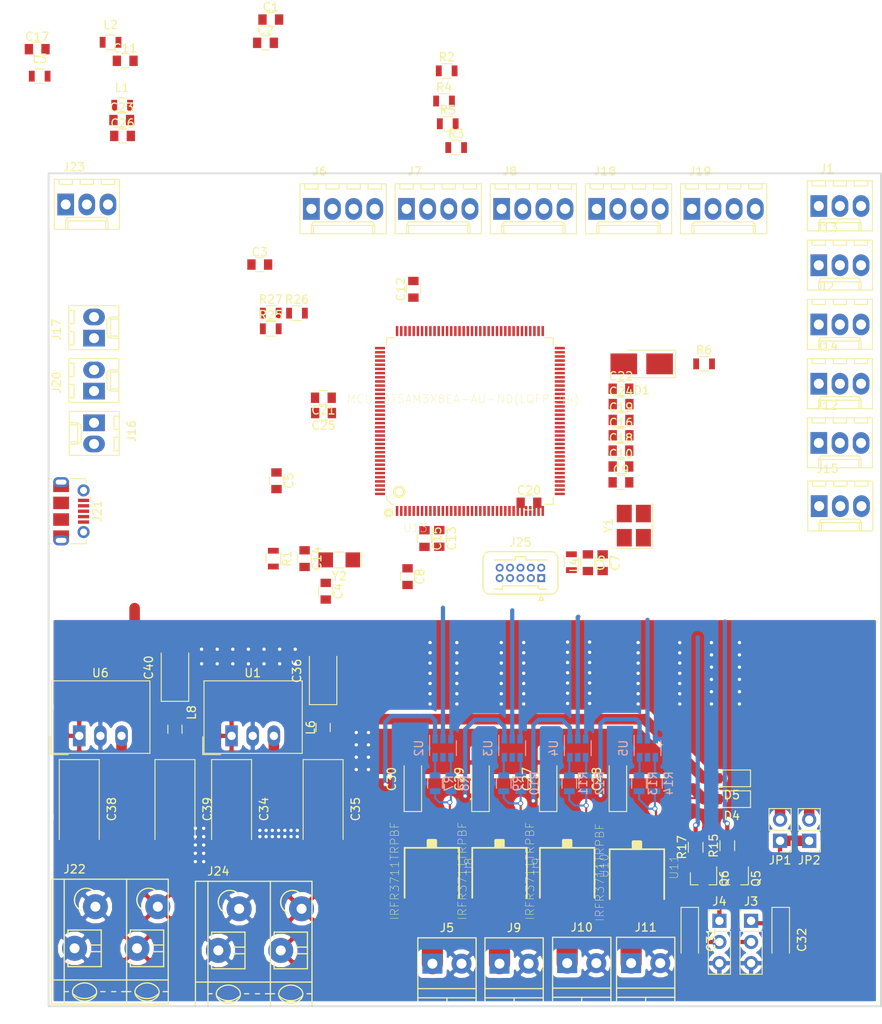
<source format=kicad_pcb>
(kicad_pcb (version 20171130) (host pcbnew "(5.0.0)")
  (layers (0 F.Cu signal) (31 B.Cu signal) (34 B.Paste user) (35 F.Paste user) (36 B.SilkS user) (37 F.SilkS user) (38 B.Mask user) (39 F.Mask user hide) (44 Edge.Cuts user))
  (net 0 "")
  (net 1 "Net-(C1-Pad1)")
  (net 2 GND)
  (net 3 "Net-(C2-Pad1)")
  (net 4 "Net-(C3-Pad1)")
  (net 5 "Net-(C4-Pad1)")
  (net 6 "Net-(C5-Pad1)")
  (net 7 "Net-(C6-Pad1)")
  (net 8 +3V3)
  (net 9 VDD)
  (net 10 /Microcontroller/VDDANA)
  (net 11 /Microcontroller/VDDREF)
  (net 12 "Net-(D1-Pad2)")
  (net 13 "Net-(D1-Pad1)")
  (net 14 VBUS)
  (net 15 +VDC)
  (net 16 "Net-(J3-Pad2)")
  (net 17 GNDPWR)
  (net 18 "Net-(J4-Pad2)")
  (net 19 /Microcontroller/VDDMI)
  (net 20 "Net-(Q5-Pad2)")
  (net 21 "Net-(Q6-Pad2)")
  (net 22 "Net-(R2-Pad1)")
  (net 23 "Net-(R3-Pad1)")
  (net 24 "Net-(R4-Pad2)")
  (net 25 "Net-(R5-Pad2)")
  (net 26 "Net-(R7-Pad2)")
  (net 27 "Net-(R8-Pad2)")
  (net 28 "Net-(R9-Pad2)")
  (net 29 "Net-(R10-Pad2)")
  (net 30 "Net-(R11-Pad2)")
  (net 31 "Net-(R12-Pad2)")
  (net 32 "Net-(R13-Pad2)")
  (net 33 "Net-(R14-Pad2)")
  (net 34 /DriverStage/HEATER1)
  (net 35 /DriverStage/HEATER2)
  (net 36 /DriverStage/HEATER3)
  (net 37 /DriverStage/HEATER4)
  (net 38 /DriverStage/FAN1)
  (net 39 /DriverStage/FAN2)
  (net 40 /DriverStage/HEATER4_PWR)
  (net 41 /DriverStage/HEATER3_PWR)
  (net 42 /DriverStage/HEATER2_PWR)
  (net 43 /DriverStage/HEATER1_PWR)
  (net 44 /Microcontroller/E0DIR)
  (net 45 /Microcontroller/E1ENABLE)
  (net 46 /Microcontroller/E1DIR)
  (net 47 /Microcontroller/E0ENABLE)
  (net 48 /Microcontroller/E1STEP)
  (net 49 /Microcontroller/XSTEP)
  (net 50 /Microcontroller/XDIR)
  (net 51 /Microcontroller/YSTEP)
  (net 52 /Microcontroller/YDIR)
  (net 53 /Microcontroller/ZSTEP)
  (net 54 /Microcontroller/ZENABLE)
  (net 55 /Microcontroller/YENABLE)
  (net 56 /Microcontroller/XENABLE)
  (net 57 /Microcontroller/E0STEP)
  (net 58 /Microcontroller/ZDIR)
  (net 59 "Net-(R7-Pad1)")
  (net 60 "Net-(R10-Pad1)")
  (net 61 "Net-(R11-Pad1)")
  (net 62 "Net-(R13-Pad1)")
  (net 63 VAA)
  (net 64 +5V)
  (net 65 "Net-(C35-Pad1)")
  (net 66 "Net-(C39-Pad1)")
  (net 67 "/Motor Connections/ESX1")
  (net 68 "/Motor Connections/ESY1")
  (net 69 "/Motor Connections/ESZ1")
  (net 70 "/Motor Connections/ESX2")
  (net 71 "/Motor Connections/ESY2")
  (net 72 "/Motor Connections/ESZ2")
  (net 73 /Microcontroller/TEMP1)
  (net 74 /Microcontroller/TEMP2)
  (net 75 /Microcontroller/TEMP3)
  (net 76 "Net-(J21-Pad3)")
  (net 77 "Net-(J21-Pad2)")
  (net 78 "Net-(J25-Pad4)")
  (net 79 "Net-(J25-Pad8)")
  (net 80 "Net-(J25-Pad6)")
  (net 81 "Net-(J25-Pad2)")
  (net 82 "Net-(D4-Pad1)")
  (net 83 "Net-(D5-Pad1)")
  (net 84 "Net-(C31-Pad1)")
  (module Capacitors_SMD:C_0805 (layer F.Cu) (at 165.8145 41.402)
    (fp_text reference C1 (at 0 -1.5) (layer F.SilkS))
    (fp_text value 22p)
    (pad 2 smd rect (at 1 0) (size 1 1.25) (layers F.Cu F.Paste F.Mask) (net 2 GND))
    (pad 1 smd rect (at -1 0) (size 1 1.25) (layers F.Cu F.Paste F.Mask) (net 1 "Net-(C1-Pad1)"))
  )
  (module Capacitors_SMD:C_0805 (layer F.Cu) (at 165.1795 44.196)
    (fp_text reference C2 (at 0 -1.5) (layer F.SilkS))
    (fp_text value 22p)
    (pad 1 smd rect (at -1 0) (size 1 1.25) (layers F.Cu F.Paste F.Mask) (net 3 "Net-(C2-Pad1)"))
    (pad 2 smd rect (at 1 0) (size 1 1.25) (layers F.Cu F.Paste F.Mask) (net 2 GND))
  )
  (module Capacitors_SMD:C_0805 (layer F.Cu) (at 164.4904 70.8152)
    (fp_text reference C3 (at 0 -1.5) (layer F.SilkS))
    (fp_text value 22p)
    (pad 1 smd rect (at -1 0) (size 1 1.25) (layers F.Cu F.Paste F.Mask) (net 4 "Net-(C3-Pad1)"))
    (pad 2 smd rect (at 1 0) (size 1 1.25) (layers F.Cu F.Paste F.Mask) (net 2 GND))
  )
  (module Capacitors_SMD:C_0805 (layer F.Cu) (at 172.4152 110.0328 270)
    (fp_text reference C4 (at 0 -1.5 270) (layer F.SilkS))
    (fp_text value 22p)
    (pad 2 smd rect (at 1 0 270) (size 1 1.25) (layers F.Cu F.Paste F.Mask) (net 2 GND))
    (pad 1 smd rect (at -1 0 270) (size 1 1.25) (layers F.Cu F.Paste F.Mask) (net 5 "Net-(C4-Pad1)"))
  )
  (module Capacitors_SMD:C_0805 (layer F.Cu) (at 166.497 96.774 270)
    (fp_text reference C5 (at 0 -1.5 270) (layer F.SilkS))
    (fp_text value 10p)
    (pad 1 smd rect (at -1 0 270) (size 1 1.25) (layers F.Cu F.Paste F.Mask) (net 6 "Net-(C5-Pad1)"))
    (pad 2 smd rect (at 1 0 270) (size 1 1.25) (layers F.Cu F.Paste F.Mask) (net 2 GND))
  )
  (module Capacitors_SMD:C_0805 (layer F.Cu) (at 203.9112 106.6132 270)
    (fp_text reference C6 (at 0 -1.5 270) (layer F.SilkS))
    (fp_text value 0.1u)
    (pad 2 smd rect (at 1 0 270) (size 1 1.25) (layers F.Cu F.Paste F.Mask) (net 2 GND))
    (pad 1 smd rect (at -1 0 270) (size 1 1.25) (layers F.Cu F.Paste F.Mask) (net 7 "Net-(C6-Pad1)"))
  )
  (module Capacitors_SMD:C_0805 (layer F.Cu) (at 205.6892 106.6132 270)
    (fp_text reference C7 (at 0 -1.5 270) (layer F.SilkS))
    (fp_text value 10u)
    (pad 2 smd rect (at 1 0 270) (size 1 1.25) (layers F.Cu F.Paste F.Mask) (net 2 GND))
    (pad 1 smd rect (at -1 0 270) (size 1 1.25) (layers F.Cu F.Paste F.Mask) (net 7 "Net-(C6-Pad1)"))
  )
  (module Capacitors_SMD:C_0805 (layer F.Cu) (at 182.245 108.2835 270)
    (fp_text reference C8 (at 0 -1.5 270) (layer F.SilkS))
    (fp_text value 0.1u)
    (pad 2 smd rect (at 1 0 270) (size 1 1.25) (layers F.Cu F.Paste F.Mask) (net 2 GND))
    (pad 1 smd rect (at -1 0 270) (size 1 1.25) (layers F.Cu F.Paste F.Mask) (net 8 +3V3))
  )
  (module Capacitors_SMD:C_0805 (layer F.Cu) (at 207.883 96.9645)
    (fp_text reference C9 (at 0 -1.5) (layer F.SilkS))
    (fp_text value 10u)
    (pad 2 smd rect (at 1 0) (size 1 1.25) (layers F.Cu F.Paste F.Mask) (net 2 GND))
    (pad 1 smd rect (at -1 0) (size 1 1.25) (layers F.Cu F.Paste F.Mask) (net 9 VDD))
  )
  (module Capacitors_SMD:C_0805 (layer F.Cu) (at 207.883 95.0595)
    (fp_text reference C10 (at 0 -1.5) (layer F.SilkS))
    (fp_text value 10u)
    (pad 2 smd rect (at 1 0) (size 1 1.25) (layers F.Cu F.Paste F.Mask) (net 2 GND))
    (pad 1 smd rect (at -1 0) (size 1 1.25) (layers F.Cu F.Paste F.Mask) (net 8 +3V3))
  )
  (module Capacitors_SMD:C_0805 (layer F.Cu) (at 148.32 46.355)
    (fp_text reference C11 (at 0 -1.5) (layer F.SilkS))
    (fp_text value 10u)
    (pad 2 smd rect (at 1 0) (size 1 1.25) (layers F.Cu F.Paste F.Mask) (net 2 GND))
    (pad 1 smd rect (at -1 0) (size 1 1.25) (layers F.Cu F.Paste F.Mask) (net 19 /Microcontroller/VDDMI))
  )
  (module Capacitors_SMD:C_0805 (layer F.Cu) (at 182.9435 73.787 90)
    (fp_text reference C12 (at 0 -1.5 90) (layer F.SilkS))
    (fp_text value 0.1u)
    (pad 1 smd rect (at -1 0 90) (size 1 1.25) (layers F.Cu F.Paste F.Mask) (net 9 VDD))
    (pad 2 smd rect (at 1 0 90) (size 1 1.25) (layers F.Cu F.Paste F.Mask) (net 2 GND))
  )
  (module Capacitors_SMD:C_0805 (layer F.Cu) (at 186.055 103.6955 270)
    (fp_text reference C13 (at 0 -1.5 270) (layer F.SilkS))
    (fp_text value 0.1u)
    (pad 1 smd rect (at -1 0 270) (size 1 1.25) (layers F.Cu F.Paste F.Mask) (net 8 +3V3))
    (pad 2 smd rect (at 1 0 270) (size 1 1.25) (layers F.Cu F.Paste F.Mask) (net 2 GND))
  )
  (module Capacitors_SMD:C_0805 (layer F.Cu) (at 169.8752 106.1212 270)
    (fp_text reference C14 (at 0 -1.5 270) (layer F.SilkS))
    (fp_text value 0.1u)
    (pad 1 smd rect (at -1 0 270) (size 1 1.25) (layers F.Cu F.Paste F.Mask) (net 19 /Microcontroller/VDDMI))
    (pad 2 smd rect (at 1 0 270) (size 1 1.25) (layers F.Cu F.Paste F.Mask) (net 2 GND))
  )
  (module Capacitors_SMD:C_0805 (layer F.Cu) (at 184.277 103.7115 270)
    (fp_text reference C15 (at 0 -1.5 270) (layer F.SilkS))
    (fp_text value 0.1u)
    (pad 1 smd rect (at -1 0 270) (size 1 1.25) (layers F.Cu F.Paste F.Mask) (net 9 VDD))
    (pad 2 smd rect (at 1 0 270) (size 1 1.25) (layers F.Cu F.Paste F.Mask) (net 2 GND))
  )
  (module Capacitors_SMD:C_0805 (layer F.Cu) (at 207.899 91.313)
    (fp_text reference C16 (at 0 -1.5) (layer F.SilkS))
    (fp_text value 0.1u)
    (pad 2 smd rect (at 1 0) (size 1 1.25) (layers F.Cu F.Paste F.Mask) (net 2 GND))
    (pad 1 smd rect (at -1 0) (size 1 1.25) (layers F.Cu F.Paste F.Mask) (net 8 +3V3))
  )
  (module Capacitors_SMD:C_0805 (layer F.Cu) (at 137.7475 44.958)
    (fp_text reference C17 (at 0 -1.5) (layer F.SilkS))
    (fp_text value 10u)
    (pad 1 smd rect (at -1 0) (size 1 1.25) (layers F.Cu F.Paste F.Mask) (net 10 /Microcontroller/VDDANA))
    (pad 2 smd rect (at 1 0) (size 1 1.25) (layers F.Cu F.Paste F.Mask) (net 2 GND))
  )
  (module Capacitors_SMD:C_0805 (layer F.Cu) (at 207.883 93.1545)
    (fp_text reference C18 (at 0 -1.5) (layer F.SilkS))
    (fp_text value 0.1u)
    (pad 2 smd rect (at 1 0) (size 1 1.25) (layers F.Cu F.Paste F.Mask) (net 2 GND))
    (pad 1 smd rect (at -1 0) (size 1 1.25) (layers F.Cu F.Paste F.Mask) (net 9 VDD))
  )
  (module Capacitors_SMD:C_0805 (layer F.Cu) (at 207.899 89.4715)
    (fp_text reference C19 (at 0 -1.5) (layer F.SilkS))
    (fp_text value 0.1u)
    (pad 1 smd rect (at -1 0) (size 1 1.25) (layers F.Cu F.Paste F.Mask) (net 8 +3V3))
    (pad 2 smd rect (at 1 0) (size 1 1.25) (layers F.Cu F.Paste F.Mask) (net 2 GND))
  )
  (module Capacitors_SMD:C_0805 (layer F.Cu) (at 196.834 99.4156)
    (fp_text reference C20 (at 0 -1.5) (layer F.SilkS))
    (fp_text value 0.1u)
    (pad 2 smd rect (at 1 0) (size 1 1.25) (layers F.Cu F.Paste F.Mask) (net 2 GND))
    (pad 1 smd rect (at -1 0) (size 1 1.25) (layers F.Cu F.Paste F.Mask) (net 10 /Microcontroller/VDDANA))
  )
  (module Capacitors_SMD:C_0805 (layer F.Cu) (at 172.1325 86.8045 180)
    (fp_text reference C21 (at 0 -1.5 180) (layer F.SilkS))
    (fp_text value 0.1u)
    (pad 2 smd rect (at 1 0 180) (size 1 1.25) (layers F.Cu F.Paste F.Mask) (net 2 GND))
    (pad 1 smd rect (at -1 0 180) (size 1 1.25) (layers F.Cu F.Paste F.Mask) (net 9 VDD))
  )
  (module Capacitors_SMD:C_0805 (layer F.Cu) (at 207.883 85.725)
    (fp_text reference C22 (at 0 -1.5) (layer F.SilkS))
    (fp_text value 0.1u)
    (pad 2 smd rect (at 1 0) (size 1 1.25) (layers F.Cu F.Paste F.Mask) (net 2 GND))
    (pad 1 smd rect (at -1 0) (size 1 1.25) (layers F.Cu F.Paste F.Mask) (net 8 +3V3))
  )
  (module Capacitors_SMD:C_0805 (layer F.Cu) (at 147.9075 53.467)
    (fp_text reference C23 (at 0 -1.5) (layer F.SilkS))
    (fp_text value 10u)
    (pad 1 smd rect (at -1 0) (size 1 1.25) (layers F.Cu F.Paste F.Mask) (net 11 /Microcontroller/VDDREF))
    (pad 2 smd rect (at 1 0) (size 1 1.25) (layers F.Cu F.Paste F.Mask) (net 2 GND))
  )
  (module Capacitors_SMD:C_0805 (layer F.Cu) (at 207.899 87.5665)
    (fp_text reference C24 (at 0 -1.5) (layer F.SilkS))
    (fp_text value 0.1u)
    (pad 1 smd rect (at -1 0) (size 1 1.25) (layers F.Cu F.Paste F.Mask) (net 9 VDD))
    (pad 2 smd rect (at 1 0) (size 1 1.25) (layers F.Cu F.Paste F.Mask) (net 2 GND))
  )
  (module Capacitors_SMD:C_0805 (layer F.Cu) (at 172.1485 88.646 180)
    (fp_text reference C25 (at 0 -1.5 180) (layer F.SilkS))
    (fp_text value 0.1u)
    (pad 1 smd rect (at -1 0 180) (size 1 1.25) (layers F.Cu F.Paste F.Mask) (net 8 +3V3))
    (pad 2 smd rect (at 1 0 180) (size 1 1.25) (layers F.Cu F.Paste F.Mask) (net 2 GND))
  )
  (module Capacitors_SMD:C_0805 (layer F.Cu) (at 148.0025 55.372)
    (fp_text reference C26 (at 0 -1.5) (layer F.SilkS))
    (fp_text value 0.1u)
    (pad 1 smd rect (at -1 0) (size 1 1.25) (layers F.Cu F.Paste F.Mask) (net 11 /Microcontroller/VDDREF))
    (pad 2 smd rect (at 1 0) (size 1 1.25) (layers F.Cu F.Paste F.Mask) (net 2 GND))
  )
  (module Capacitors_Tantalum_SMD:CP_Tantalum_Case-A_EIA-3216-18_Hand (layer F.Cu) (at 199.136 132.588 90)
    (fp_text reference C27 (at 0 -2.55 90) (layer F.SilkS))
    (fp_text value 47u)
    (pad 1 smd rect (at -2 0 90) (size 3.2 1.5) (layers F.Cu F.Paste F.Mask) (net 15 +VDC))
    (pad 2 smd rect (at 2 0 90) (size 3.2 1.5) (layers F.Cu F.Paste F.Mask) (net 17 GNDPWR))
  )
  (module Capacitors_Tantalum_SMD:CP_Tantalum_Case-A_EIA-3216-18_Hand (layer F.Cu) (at 207.518 132.588 90)
    (fp_text reference C28 (at 0 -2.55 90) (layer F.SilkS))
    (fp_text value 47u)
    (pad 2 smd rect (at 2 0 90) (size 3.2 1.5) (layers F.Cu F.Paste F.Mask) (net 17 GNDPWR))
    (pad 1 smd rect (at -2 0 90) (size 3.2 1.5) (layers F.Cu F.Paste F.Mask) (net 15 +VDC))
  )
  (module Capacitors_Tantalum_SMD:CP_Tantalum_Case-A_EIA-3216-18_Hand (layer F.Cu) (at 191.008 132.588 90)
    (fp_text reference C29 (at 0 -2.55 90) (layer F.SilkS))
    (fp_text value 47u)
    (pad 1 smd rect (at -2 0 90) (size 3.2 1.5) (layers F.Cu F.Paste F.Mask) (net 15 +VDC))
    (pad 2 smd rect (at 2 0 90) (size 3.2 1.5) (layers F.Cu F.Paste F.Mask) (net 17 GNDPWR))
  )
  (module Capacitors_Tantalum_SMD:CP_Tantalum_Case-A_EIA-3216-18_Hand (layer F.Cu) (at 182.88 132.588 90)
    (fp_text reference C30 (at 0 -2.55 90) (layer F.SilkS))
    (fp_text value 47u)
    (pad 1 smd rect (at -2 0 90) (size 3.2 1.5) (layers F.Cu F.Paste F.Mask) (net 15 +VDC))
    (pad 2 smd rect (at 2 0 90) (size 3.2 1.5) (layers F.Cu F.Paste F.Mask) (net 17 GNDPWR))
  )
  (module Capacitors_Tantalum_SMD:CP_Tantalum_Case-A_EIA-3216-18_Hand (layer F.Cu) (at 216.154 151.892 270)
    (fp_text reference C31 (at 0 -2.55 270) (layer F.SilkS))
    (fp_text value 47u)
    (pad 2 smd rect (at 2 0 270) (size 3.2 1.5) (layers F.Cu F.Paste F.Mask) (net 17 GNDPWR))
    (pad 1 smd rect (at -2 0 270) (size 3.2 1.5) (layers F.Cu F.Paste F.Mask) (net 84 "Net-(C31-Pad1)"))
  )
  (module Capacitors_Tantalum_SMD:CP_Tantalum_Case-A_EIA-3216-18_Hand (layer F.Cu) (at 227.076 151.892 270)
    (fp_text reference C32 (at 0 -2.55 270) (layer F.SilkS))
    (fp_text value 47u)
    (pad 2 smd rect (at 2 0 270) (size 3.2 1.5) (layers F.Cu F.Paste F.Mask) (net 17 GNDPWR))
    (pad 1 smd rect (at -2 0 270) (size 3.2 1.5) (layers F.Cu F.Paste F.Mask) (net 84 "Net-(C31-Pad1)"))
  )
  (module Capacitors_Tantalum_SMD:CP_Tantalum_Case-D_EIA-7343-31_Hand (layer F.Cu) (at 161.1 136.2 270)
    (fp_text reference C34 (at 0 -3.9 270) (layer F.SilkS))
    (fp_text value 100u)
    (pad 2 smd rect (at 3.775 0 270) (size 3.75 2.7) (layers F.Cu F.Paste F.Mask) (net 17 GNDPWR))
    (pad 1 smd rect (at -3.775 0 270) (size 3.75 2.7) (layers F.Cu F.Paste F.Mask) (net 63 VAA))
  )
  (module Capacitors_Tantalum_SMD:CP_Tantalum_Case-D_EIA-7343-31_Hand (layer F.Cu) (at 172.1 136.2 270)
    (fp_text reference C35 (at 0 -3.9 270) (layer F.SilkS))
    (fp_text value 470u)
    (pad 1 smd rect (at -3.775 0 270) (size 3.75 2.7) (layers F.Cu F.Paste F.Mask) (net 65 "Net-(C35-Pad1)"))
    (pad 2 smd rect (at 3.775 0 270) (size 3.75 2.7) (layers F.Cu F.Paste F.Mask) (net 17 GNDPWR))
  )
  (module Capacitors_Tantalum_SMD:CP_Tantalum_Case-B_EIA-3528-21_Hand (layer F.Cu) (at 172.1 119.6 90)
    (fp_text reference C36 (at 0 -3.15 90) (layer F.SilkS))
    (fp_text value 100u)
    (pad 2 smd rect (at 2.15 0 90) (size 3.2 2.5) (layers F.Cu F.Paste F.Mask) (net 17 GNDPWR))
    (pad 1 smd rect (at -2.15 0 90) (size 3.2 2.5) (layers F.Cu F.Paste F.Mask) (net 64 +5V))
  )
  (module Capacitors_Tantalum_SMD:CP_Tantalum_Case-D_EIA-7343-31_Hand (layer F.Cu) (at 142.8 136.2 270)
    (fp_text reference C38 (at 0 -3.9 270) (layer F.SilkS))
    (fp_text value 100u)
    (pad 1 smd rect (at -3.775 0 270) (size 3.75 2.7) (layers F.Cu F.Paste F.Mask) (net 63 VAA))
    (pad 2 smd rect (at 3.775 0 270) (size 3.75 2.7) (layers F.Cu F.Paste F.Mask) (net 17 GNDPWR))
  )
  (module Capacitors_Tantalum_SMD:CP_Tantalum_Case-D_EIA-7343-31_Hand (layer F.Cu) (at 154.3 136.2 270)
    (fp_text reference C39 (at 0 -3.9 270) (layer F.SilkS))
    (fp_text value 470u)
    (pad 2 smd rect (at 3.775 0 270) (size 3.75 2.7) (layers F.Cu F.Paste F.Mask) (net 17 GNDPWR))
    (pad 1 smd rect (at -3.775 0 270) (size 3.75 2.7) (layers F.Cu F.Paste F.Mask) (net 66 "Net-(C39-Pad1)"))
  )
  (module Capacitors_Tantalum_SMD:CP_Tantalum_Case-B_EIA-3528-21_Hand (layer F.Cu) (at 154.3 119.2 90)
    (fp_text reference C40 (at 0 -3.15 90) (layer F.SilkS))
    (fp_text value 100u)
    (pad 2 smd rect (at 2.15 0 90) (size 3.2 2.5) (layers F.Cu F.Paste F.Mask) (net 17 GNDPWR))
    (pad 1 smd rect (at -2.15 0 90) (size 3.2 2.5) (layers F.Cu F.Paste F.Mask) (net 8 +3V3))
  )
  (module Capacitors_Tantalum_SMD:CP_Tantalum_Case-B_EIA-3528-21_Hand (layer F.Cu) (at 210.3755 82.7405 180)
    (fp_text reference D1 (at 0 -3.15 180) (layer F.SilkS))
    (fp_text value LED)
    (pad 1 smd rect (at -2.15 0 180) (size 3.2 2.5) (layers F.Cu F.Paste F.Mask) (net 13 "Net-(D1-Pad1)"))
    (pad 2 smd rect (at 2.15 0 180) (size 3.2 2.5) (layers F.Cu F.Paste F.Mask) (net 12 "Net-(D1-Pad2)"))
  )
  (module Connectors_Molex:Molex_KK-6410-03_03x2.54mm_Straight (layer F.Cu) (at 231.652 63.788)
    (fp_text reference J1 (at 1 -4.5) (layer F.SilkS))
    (fp_text value Conn_01x03)
    (pad 1 thru_hole rect (at 0 0) (size 2 2.6) (drill 1.2) (layers *.Cu *.Mask) (net 2 GND))
    (pad 2 thru_hole oval (at 2.54 0) (size 2 2.6) (drill 1.2) (layers *.Cu *.Mask) (net 8 +3V3))
    (pad 3 thru_hole oval (at 5.08 0) (size 2 2.6) (drill 1.2) (layers *.Cu *.Mask) (net 67 "/Motor Connections/ESX1"))
  )
  (module Connectors_Molex:Molex_KK-6410-03_03x2.54mm_Straight (layer F.Cu) (at 231.652 78.012)
    (fp_text reference J2 (at 1 -4.5) (layer F.SilkS))
    (fp_text value Conn_01x03)
    (pad 3 thru_hole oval (at 5.08 0) (size 2 2.6) (drill 1.2) (layers *.Cu *.Mask) (net 68 "/Motor Connections/ESY1"))
    (pad 2 thru_hole oval (at 2.54 0) (size 2 2.6) (drill 1.2) (layers *.Cu *.Mask) (net 8 +3V3))
    (pad 1 thru_hole rect (at 0 0) (size 2 2.6) (drill 1.2) (layers *.Cu *.Mask) (net 2 GND))
  )
  (module Pin_Headers:Pin_Header_Straight_1x03_Pitch2.54mm (layer F.Cu) (at 223.52 149.606)
    (fp_text reference J3 (at 0 -2.33) (layer F.SilkS))
    (fp_text value Conn_01x03)
    (pad 3 thru_hole oval (at 0 5.08) (size 1.7 1.7) (drill 1) (layers *.Cu *.Mask) (net 17 GNDPWR))
    (pad 2 thru_hole oval (at 0 2.54) (size 1.7 1.7) (drill 1) (layers *.Cu *.Mask) (net 16 "Net-(J3-Pad2)"))
    (pad 1 thru_hole rect (at 0 0) (size 1.7 1.7) (drill 1) (layers *.Cu *.Mask) (net 84 "Net-(C31-Pad1)"))
  )
  (module Pin_Headers:Pin_Header_Straight_1x03_Pitch2.54mm (layer F.Cu) (at 219.71 149.606)
    (fp_text reference J4 (at 0 -2.33) (layer F.SilkS))
    (fp_text value Conn_01x03)
    (pad 1 thru_hole rect (at 0 0) (size 1.7 1.7) (drill 1) (layers *.Cu *.Mask) (net 84 "Net-(C31-Pad1)"))
    (pad 2 thru_hole oval (at 0 2.54) (size 1.7 1.7) (drill 1) (layers *.Cu *.Mask) (net 18 "Net-(J4-Pad2)"))
    (pad 3 thru_hole oval (at 0 5.08) (size 1.7 1.7) (drill 1) (layers *.Cu *.Mask) (net 17 GNDPWR))
  )
  (module TerminalBlocks_Phoenix:TerminalBlock_Phoenix_PT-3.5mm_2pol (layer F.Cu) (at 185.2295 154.7495)
    (fp_text reference J5 (at 1.75 -4.3) (layer F.SilkS))
    (fp_text value Screw_Terminal_01x02)
    (pad 2 thru_hole circle (at 3.5 0) (size 2.4 2.4) (drill 1.2) (layers *.Cu *.Mask) (net 17 GNDPWR))
    (pad 1 thru_hole rect (at 0 0) (size 2.4 2.4) (drill 1.2) (layers *.Cu *.Mask) (net 43 /DriverStage/HEATER1_PWR))
  )
  (module TerminalBlocks_Phoenix:TerminalBlock_Phoenix_PT-3.5mm_2pol (layer F.Cu) (at 193.294 154.7495)
    (fp_text reference J9 (at 1.75 -4.3) (layer F.SilkS))
    (fp_text value Screw_Terminal_01x02)
    (pad 1 thru_hole rect (at 0 0) (size 2.4 2.4) (drill 1.2) (layers *.Cu *.Mask) (net 42 /DriverStage/HEATER2_PWR))
    (pad 2 thru_hole circle (at 3.5 0) (size 2.4 2.4) (drill 1.2) (layers *.Cu *.Mask) (net 17 GNDPWR))
  )
  (module TerminalBlocks_Phoenix:TerminalBlock_Phoenix_PT-3.5mm_2pol (layer F.Cu) (at 201.422 154.686)
    (fp_text reference J10 (at 1.75 -4.3) (layer F.SilkS))
    (fp_text value Screw_Terminal_01x02)
    (pad 2 thru_hole circle (at 3.5 0) (size 2.4 2.4) (drill 1.2) (layers *.Cu *.Mask) (net 17 GNDPWR))
    (pad 1 thru_hole rect (at 0 0) (size 2.4 2.4) (drill 1.2) (layers *.Cu *.Mask) (net 41 /DriverStage/HEATER3_PWR))
  )
  (module TerminalBlocks_Phoenix:TerminalBlock_Phoenix_PT-3.5mm_2pol (layer F.Cu) (at 209.1055 154.686)
    (fp_text reference J11 (at 1.75 -4.3) (layer F.SilkS))
    (fp_text value Screw_Terminal_01x02)
    (pad 1 thru_hole rect (at 0 0) (size 2.4 2.4) (drill 1.2) (layers *.Cu *.Mask) (net 40 /DriverStage/HEATER4_PWR))
    (pad 2 thru_hole circle (at 3.5 0) (size 2.4 2.4) (drill 1.2) (layers *.Cu *.Mask) (net 17 GNDPWR))
  )
  (module Connectors_Molex:Molex_KK-6410-03_03x2.54mm_Straight (layer F.Cu) (at 231.652 92.236)
    (fp_text reference J12 (at 1 -4.5) (layer F.SilkS))
    (fp_text value Conn_01x03)
    (pad 1 thru_hole rect (at 0 0) (size 2 2.6) (drill 1.2) (layers *.Cu *.Mask) (net 2 GND))
    (pad 2 thru_hole oval (at 2.54 0) (size 2 2.6) (drill 1.2) (layers *.Cu *.Mask) (net 8 +3V3))
    (pad 3 thru_hole oval (at 5.08 0) (size 2 2.6) (drill 1.2) (layers *.Cu *.Mask) (net 69 "/Motor Connections/ESZ1"))
  )
  (module Connectors_Molex:Molex_KK-6410-03_03x2.54mm_Straight (layer F.Cu) (at 231.652 70.9)
    (fp_text reference J13 (at 1 -4.5) (layer F.SilkS))
    (fp_text value Conn_01x03)
    (pad 3 thru_hole oval (at 5.08 0) (size 2 2.6) (drill 1.2) (layers *.Cu *.Mask) (net 70 "/Motor Connections/ESX2"))
    (pad 2 thru_hole oval (at 2.54 0) (size 2 2.6) (drill 1.2) (layers *.Cu *.Mask) (net 8 +3V3))
    (pad 1 thru_hole rect (at 0 0) (size 2 2.6) (drill 1.2) (layers *.Cu *.Mask) (net 2 GND))
  )
  (module Connectors_Molex:Molex_KK-6410-03_03x2.54mm_Straight (layer F.Cu) (at 231.652 85.124)
    (fp_text reference J14 (at 1 -4.5) (layer F.SilkS))
    (fp_text value Conn_01x03)
    (pad 3 thru_hole oval (at 5.08 0) (size 2 2.6) (drill 1.2) (layers *.Cu *.Mask) (net 71 "/Motor Connections/ESY2"))
    (pad 2 thru_hole oval (at 2.54 0) (size 2 2.6) (drill 1.2) (layers *.Cu *.Mask) (net 8 +3V3))
    (pad 1 thru_hole rect (at 0 0) (size 2 2.6) (drill 1.2) (layers *.Cu *.Mask) (net 2 GND))
  )
  (module Connectors_Molex:Molex_KK-6410-03_03x2.54mm_Straight (layer F.Cu) (at 231.6988 99.822)
    (fp_text reference J15 (at 1 -4.5) (layer F.SilkS))
    (fp_text value Conn_01x03)
    (pad 3 thru_hole oval (at 5.08 0) (size 2 2.6) (drill 1.2) (layers *.Cu *.Mask) (net 72 "/Motor Connections/ESZ2"))
    (pad 2 thru_hole oval (at 2.54 0) (size 2 2.6) (drill 1.2) (layers *.Cu *.Mask) (net 8 +3V3))
    (pad 1 thru_hole rect (at 0 0) (size 2 2.6) (drill 1.2) (layers *.Cu *.Mask) (net 2 GND))
  )
  (module Connectors_Molex:Molex_KK-6410-02_02x2.54mm_Straight (layer F.Cu) (at 144.5768 89.8144 270)
    (fp_text reference J16 (at 1 -4.5 270) (layer F.SilkS))
    (fp_text value Conn_01x02)
    (pad 2 thru_hole oval (at 2.54 0 270) (size 2 2.6) (drill 1.2) (layers *.Cu *.Mask) (net 8 +3V3))
    (pad 1 thru_hole rect (at 0 0 270) (size 2 2.6) (drill 1.2) (layers *.Cu *.Mask) (net 73 /Microcontroller/TEMP1))
  )
  (module Connectors_Molex:Molex_KK-6410-02_02x2.54mm_Straight (layer F.Cu) (at 144.5768 79.6544 90)
    (fp_text reference J17 (at 1 -4.5 90) (layer F.SilkS))
    (fp_text value Conn_01x02)
    (pad 1 thru_hole rect (at 0 0 90) (size 2 2.6) (drill 1.2) (layers *.Cu *.Mask) (net 74 /Microcontroller/TEMP2))
    (pad 2 thru_hole oval (at 2.54 0 90) (size 2 2.6) (drill 1.2) (layers *.Cu *.Mask) (net 8 +3V3))
  )
  (module Connectors_Molex:Molex_KK-6410-02_02x2.54mm_Straight (layer F.Cu) (at 144.5768 86.0044 90)
    (fp_text reference J20 (at 1 -4.5 90) (layer F.SilkS))
    (fp_text value Conn_01x02)
    (pad 2 thru_hole oval (at 2.54 0 90) (size 2 2.6) (drill 1.2) (layers *.Cu *.Mask) (net 8 +3V3))
    (pad 1 thru_hole rect (at 0 0 90) (size 2 2.6) (drill 1.2) (layers *.Cu *.Mask) (net 75 /Microcontroller/TEMP3))
  )
  (module Connectors_USB:USB_Micro-B_Molex-105017-0001 (layer F.Cu) (at 140.97 100.4316 270)
    (fp_text reference J21 (at 0 -4 270) (layer F.SilkS))
    (fp_text value USB_OTG)
    (pad 6 smd rect (at -2.9 0.35 270) (size 1.2 1.9) (layers F.Cu F.Mask) (net 2 GND))
    (pad 6 smd rect (at 2.9 0.35 270) (size 1.2 1.9) (layers F.Cu F.Mask) (net 2 GND))
    (pad 6 thru_hole oval (at 3.5 0.35 270) (size 1.2 1.9) (drill oval 0.6 1.3) (layers *.Cu *.Mask) (net 2 GND))
    (pad 6 thru_hole oval (at -3.5 0.35 90) (size 1.2 1.9) (drill oval 0.6 1.3) (layers *.Cu *.Mask) (net 2 GND))
    (pad 6 smd rect (at -1 0.35 270) (size 1.5 1.9) (layers F.Cu F.Paste F.Mask) (net 2 GND))
    (pad 6 thru_hole circle (at 2.5 -2.35 270) (size 1.45 1.45) (drill 0.85) (layers *.Cu *.Mask) (net 2 GND))
    (pad 3 smd rect (at 0 -2.35 270) (size 0.4 1.35) (layers F.Cu F.Paste F.Mask) (net 76 "Net-(J21-Pad3)"))
    (pad 4 smd rect (at 0.65 -2.35 270) (size 0.4 1.35) (layers F.Cu F.Paste F.Mask))
    (pad 5 smd rect (at 1.3 -2.35 270) (size 0.4 1.35) (layers F.Cu F.Paste F.Mask) (net 2 GND))
    (pad 1 smd rect (at -1.3 -2.35 270) (size 0.4 1.35) (layers F.Cu F.Paste F.Mask) (net 14 VBUS))
    (pad 2 smd rect (at -0.65 -2.35 270) (size 0.4 1.35) (layers F.Cu F.Paste F.Mask) (net 77 "Net-(J21-Pad2)"))
    (pad 6 thru_hole circle (at -2.5 -2.35 270) (size 1.45 1.45) (drill 0.85) (layers *.Cu *.Mask) (net 2 GND))
    (pad 6 smd rect (at 1 0.35 270) (size 1.5 1.9) (layers F.Cu F.Paste F.Mask) (net 2 GND))
  )
  (module TerminalBlocks_WAGO:TerminalBlock_WAGO-804_RM7.5mm_2pol (layer F.Cu) (at 142.24 152.908)
    (fp_text reference J22 (at 0 -9.5) (layer F.SilkS))
    (fp_text value Screw_Terminal_01x02)
    (pad 1 thru_hole circle (at 2.49936 -5.00126) (size 3 3) (drill 1.2) (layers *.Cu *.Mask) (net 17 GNDPWR))
    (pad 1 thru_hole circle (at 0 0) (size 3 3) (drill 1.2) (layers *.Cu *.Mask) (net 17 GNDPWR))
    (pad 2 thru_hole circle (at 7.5 0) (size 3 3) (drill 1.2) (layers *.Cu *.Mask) (net 63 VAA))
    (pad 2 thru_hole circle (at 9.99936 -5.00126) (size 3 3) (drill 1.2) (layers *.Cu *.Mask) (net 63 VAA))
  )
  (module Connectors_Molex:Molex_KK-6410-03_03x2.54mm_Straight (layer F.Cu) (at 141.1732 63.6016)
    (fp_text reference J23 (at 1 -4.5) (layer F.SilkS))
    (fp_text value Conn_01x03)
    (pad 1 thru_hole rect (at 0 0) (size 2 2.6) (drill 1.2) (layers *.Cu *.Mask) (net 2 GND))
    (pad 2 thru_hole oval (at 2.54 0) (size 2 2.6) (drill 1.2) (layers *.Cu *.Mask) (net 8 +3V3))
    (pad 3 thru_hole oval (at 5.08 0) (size 2 2.6) (drill 1.2) (layers *.Cu *.Mask) (net 64 +5V))
  )
  (module TerminalBlocks_WAGO:TerminalBlock_WAGO-804_RM7.5mm_2pol (layer F.Cu) (at 159.512 153.162)
    (fp_text reference J24 (at 0 -9.5) (layer F.SilkS))
    (fp_text value Screw_Terminal_01x02)
    (pad 2 thru_hole circle (at 9.99936 -5.00126) (size 3 3) (drill 1.2) (layers *.Cu *.Mask) (net 15 +VDC))
    (pad 2 thru_hole circle (at 7.5 0) (size 3 3) (drill 1.2) (layers *.Cu *.Mask) (net 15 +VDC))
    (pad 1 thru_hole circle (at 0 0) (size 3 3) (drill 1.2) (layers *.Cu *.Mask) (net 17 GNDPWR))
    (pad 1 thru_hole circle (at 2.49936 -5.00126) (size 3 3) (drill 1.2) (layers *.Cu *.Mask) (net 17 GNDPWR))
  )
  (module Inductors_SMD:L_0805 (layer F.Cu) (at 147.955 51.689)
    (fp_text reference L1 (at 0 -2.1) (layer F.SilkS))
    (fp_text value Ferrite_Bead)
    (pad 1 smd rect (at -0.95 0) (size 0.7 1.3) (layers F.Cu F.Paste F.Mask) (net 11 /Microcontroller/VDDREF))
    (pad 2 smd rect (at 0.95 0) (size 0.7 1.3) (layers F.Cu F.Paste F.Mask) (net 8 +3V3))
  )
  (module Inductors_SMD:L_0805 (layer F.Cu) (at 146.5605 44.1325)
    (fp_text reference L2 (at 0 -2.1) (layer F.SilkS))
    (fp_text value Ferrite_Bead)
    (pad 2 smd rect (at 0.95 0) (size 0.7 1.3) (layers F.Cu F.Paste F.Mask) (net 8 +3V3))
    (pad 1 smd rect (at -0.95 0) (size 0.7 1.3) (layers F.Cu F.Paste F.Mask) (net 19 /Microcontroller/VDDMI))
  )
  (module Inductors_SMD:L_0805 (layer F.Cu) (at 138.0465 48.1965)
    (fp_text reference L3 (at 0 -2.1) (layer F.SilkS))
    (fp_text value Ferrite_Bead)
    (pad 1 smd rect (at -0.95 0) (size 0.7 1.3) (layers F.Cu F.Paste F.Mask) (net 10 /Microcontroller/VDDANA))
    (pad 2 smd rect (at 0.95 0) (size 0.7 1.3) (layers F.Cu F.Paste F.Mask) (net 8 +3V3))
  )
  (module Inductors_SMD:L_0805 (layer F.Cu) (at 201.93 106.5505 270)
    (fp_text reference L4 (at 0.341999 -0.341001 270) (layer F.SilkS))
    (fp_text value Ferrite_Bead)
    (pad 2 smd rect (at 0.95 0 270) (size 0.7 1.3) (layers F.Cu F.Paste F.Mask) (net 9 VDD))
    (pad 1 smd rect (at -0.95 0 270) (size 0.7 1.3) (layers F.Cu F.Paste F.Mask) (net 7 "Net-(C6-Pad1)"))
  )
  (module Capacitors_SMD:C_0805 (layer F.Cu) (at 172.1 126.4 90)
    (fp_text reference L6 (at 0 -1.5 90) (layer F.SilkS))
    (fp_text value 1u)
    (pad 1 smd rect (at -1 0 90) (size 1 1.25) (layers F.Cu F.Paste F.Mask) (net 65 "Net-(C35-Pad1)"))
    (pad 2 smd rect (at 1 0 90) (size 1 1.25) (layers F.Cu F.Paste F.Mask) (net 64 +5V))
  )
  (module Capacitors_SMD:C_0805 (layer F.Cu) (at 154.3 126.6 90)
    (fp_text reference L8 (at 2 2 90) (layer F.SilkS))
    (fp_text value 1u)
    (pad 2 smd rect (at 1 0 90) (size 1 1.25) (layers F.Cu F.Paste F.Mask) (net 8 +3V3))
    (pad 1 smd rect (at -1 0 90) (size 1 1.25) (layers F.Cu F.Paste F.Mask) (net 66 "Net-(C39-Pad1)"))
  )
  (module TO_SOT_Packages_SMD:SOT-23 (layer F.Cu) (at 221.615 144.526 270)
    (fp_text reference Q5 (at 0 -2.5 270) (layer F.SilkS))
    (fp_text value Q_NMOS_DGS)
    (pad 1 smd rect (at -1 -0.95 270) (size 0.9 0.8) (layers F.Cu F.Paste F.Mask) (net 84 "Net-(C31-Pad1)"))
    (pad 2 smd rect (at -1 0.95 270) (size 0.9 0.8) (layers F.Cu F.Paste F.Mask) (net 20 "Net-(Q5-Pad2)"))
    (pad 3 smd rect (at 1 0 270) (size 0.9 0.8) (layers F.Cu F.Paste F.Mask) (net 16 "Net-(J3-Pad2)"))
  )
  (module TO_SOT_Packages_SMD:SOT-23 (layer F.Cu) (at 217.805 144.526 270)
    (fp_text reference Q6 (at 0 -2.5 270) (layer F.SilkS))
    (fp_text value Q_NMOS_DGS)
    (pad 3 smd rect (at 1 0 270) (size 0.9 0.8) (layers F.Cu F.Paste F.Mask) (net 18 "Net-(J4-Pad2)"))
    (pad 2 smd rect (at -1 0.95 270) (size 0.9 0.8) (layers F.Cu F.Paste F.Mask) (net 21 "Net-(Q6-Pad2)"))
    (pad 1 smd rect (at -1 -0.95 270) (size 0.9 0.8) (layers F.Cu F.Paste F.Mask) (net 84 "Net-(C31-Pad1)"))
  )
  (module Resistors_SMD:R_0805 (layer F.Cu) (at 166.116 106.1212 270)
    (fp_text reference R1 (at 0 -1.65 270) (layer F.SilkS))
    (fp_text value 6k8)
    (pad 2 smd rect (at 0.95 0 270) (size 0.7 1.3) (layers F.Cu F.Paste F.Mask) (net 2 GND))
    (pad 1 smd rect (at -0.95 0 270) (size 0.7 1.3) (layers F.Cu F.Paste F.Mask) (net 6 "Net-(C5-Pad1)"))
  )
  (module Resistors_SMD:R_0805 (layer F.Cu) (at 186.9465 47.5615)
    (fp_text reference R2 (at 0 -1.65) (layer F.SilkS))
    (fp_text value 39)
    (pad 1 smd rect (at -0.95 0) (size 0.7 1.3) (layers F.Cu F.Paste F.Mask) (net 22 "Net-(R2-Pad1)"))
    (pad 2 smd rect (at 0.95 0) (size 0.7 1.3) (layers F.Cu F.Paste F.Mask) (net 77 "Net-(J21-Pad2)"))
  )
  (module Resistors_SMD:R_0805 (layer F.Cu) (at 188.0845 56.769)
    (fp_text reference R3 (at 0 -1.65) (layer F.SilkS))
    (fp_text value 39)
    (pad 2 smd rect (at 0.95 0) (size 0.7 1.3) (layers F.Cu F.Paste F.Mask) (net 76 "Net-(J21-Pad3)"))
    (pad 1 smd rect (at -0.95 0) (size 0.7 1.3) (layers F.Cu F.Paste F.Mask) (net 23 "Net-(R3-Pad1)"))
  )
  (module Resistors_SMD:R_0805 (layer F.Cu) (at 186.6265 51.181)
    (fp_text reference R4 (at 0 -1.65) (layer F.SilkS))
    (fp_text value 10k)
    (pad 1 smd rect (at -0.95 0) (size 0.7 1.3) (layers F.Cu F.Paste F.Mask) (net 8 +3V3))
    (pad 2 smd rect (at 0.95 0) (size 0.7 1.3) (layers F.Cu F.Paste F.Mask) (net 24 "Net-(R4-Pad2)"))
  )
  (module Resistors_SMD:R_0805 (layer F.Cu) (at 187.071 53.9115)
    (fp_text reference R5 (at 0 -1.65) (layer F.SilkS))
    (fp_text value 10k)
    (pad 2 smd rect (at 0.95 0) (size 0.7 1.3) (layers F.Cu F.Paste F.Mask) (net 25 "Net-(R5-Pad2)"))
    (pad 1 smd rect (at -0.95 0) (size 0.7 1.3) (layers F.Cu F.Paste F.Mask) (net 8 +3V3))
  )
  (module Resistors_SMD:R_0805 (layer F.Cu) (at 217.871 82.7405)
    (fp_text reference R6 (at 0 -1.65) (layer F.SilkS))
    (fp_text value 330R)
    (pad 2 smd rect (at 0.95 0) (size 0.7 1.3) (layers F.Cu F.Paste F.Mask) (net 2 GND))
    (pad 1 smd rect (at -0.95 0) (size 0.7 1.3) (layers F.Cu F.Paste F.Mask) (net 13 "Net-(D1-Pad1)"))
  )
  (module Resistors_SMD:R_0805 (layer B.Cu) (at 185.547 133.096 90)
    (fp_text reference R7 (at 0 1.65 90) (layer B.SilkS) (effects (justify mirror)))
    (fp_text value 10k)
    (pad 2 smd rect (at 0.95 0 90) (size 0.7 1.3) (layers B.Cu B.Paste B.Mask) (net 26 "Net-(R7-Pad2)"))
    (pad 1 smd rect (at -0.95 0 90) (size 0.7 1.3) (layers B.Cu B.Paste B.Mask) (net 59 "Net-(R7-Pad1)"))
  )
  (module Resistors_SMD:R_0805 (layer B.Cu) (at 187.452 133.096 90)
    (fp_text reference R8 (at 0 1.65 90) (layer B.SilkS) (effects (justify mirror)))
    (fp_text value 10k)
    (pad 2 smd rect (at 0.95 0 90) (size 0.7 1.3) (layers B.Cu B.Paste B.Mask) (net 27 "Net-(R8-Pad2)"))
    (pad 1 smd rect (at -0.95 0 90) (size 0.7 1.3) (layers B.Cu B.Paste B.Mask) (net 59 "Net-(R7-Pad1)"))
  )
  (module Resistors_SMD:R_0805 (layer B.Cu) (at 193.802 133.096 90)
    (fp_text reference R9 (at 0 1.65 90) (layer B.SilkS) (effects (justify mirror)))
    (fp_text value 10k)
    (pad 1 smd rect (at -0.95 0 90) (size 0.7 1.3) (layers B.Cu B.Paste B.Mask) (net 60 "Net-(R10-Pad1)"))
    (pad 2 smd rect (at 0.95 0 90) (size 0.7 1.3) (layers B.Cu B.Paste B.Mask) (net 28 "Net-(R9-Pad2)"))
  )
  (module Resistors_SMD:R_0805 (layer B.Cu) (at 195.834 133.096 90)
    (fp_text reference R10 (at 0 1.65 90) (layer B.SilkS) (effects (justify mirror)))
    (fp_text value 10k)
    (pad 1 smd rect (at -0.95 0 90) (size 0.7 1.3) (layers B.Cu B.Paste B.Mask) (net 60 "Net-(R10-Pad1)"))
    (pad 2 smd rect (at 0.95 0 90) (size 0.7 1.3) (layers B.Cu B.Paste B.Mask) (net 29 "Net-(R10-Pad2)"))
  )
  (module Resistors_SMD:R_0805 (layer B.Cu) (at 201.676 133.096 90)
    (fp_text reference R11 (at 0 1.65 90) (layer B.SilkS) (effects (justify mirror)))
    (fp_text value 10k)
    (pad 1 smd rect (at -0.95 0 90) (size 0.7 1.3) (layers B.Cu B.Paste B.Mask) (net 61 "Net-(R11-Pad1)"))
    (pad 2 smd rect (at 0.95 0 90) (size 0.7 1.3) (layers B.Cu B.Paste B.Mask) (net 30 "Net-(R11-Pad2)"))
  )
  (module Resistors_SMD:R_0805 (layer B.Cu) (at 203.708 133.096 90)
    (fp_text reference R12 (at 0 1.65 90) (layer B.SilkS) (effects (justify mirror)))
    (fp_text value 10k)
    (pad 1 smd rect (at -0.95 0 90) (size 0.7 1.3) (layers B.Cu B.Paste B.Mask) (net 61 "Net-(R11-Pad1)"))
    (pad 2 smd rect (at 0.95 0 90) (size 0.7 1.3) (layers B.Cu B.Paste B.Mask) (net 31 "Net-(R12-Pad2)"))
  )
  (module Resistors_SMD:R_0805 (layer B.Cu) (at 210.058 133.096 90)
    (fp_text reference R13 (at 0 1.65 90) (layer B.SilkS) (effects (justify mirror)))
    (fp_text value 10k)
    (pad 2 smd rect (at 0.95 0 90) (size 0.7 1.3) (layers B.Cu B.Paste B.Mask) (net 32 "Net-(R13-Pad2)"))
    (pad 1 smd rect (at -0.95 0 90) (size 0.7 1.3) (layers B.Cu B.Paste B.Mask) (net 62 "Net-(R13-Pad1)"))
  )
  (module Resistors_SMD:R_0805 (layer B.Cu) (at 211.963 133.096 90)
    (fp_text reference R14 (at 0 1.65 90) (layer B.SilkS) (effects (justify mirror)))
    (fp_text value 10k)
    (pad 1 smd rect (at -0.95 0 90) (size 0.7 1.3) (layers B.Cu B.Paste B.Mask) (net 62 "Net-(R13-Pad1)"))
    (pad 2 smd rect (at 0.95 0 90) (size 0.7 1.3) (layers B.Cu B.Paste B.Mask) (net 33 "Net-(R14-Pad2)"))
  )
  (module Resistors_SMD:R_0805 (layer F.Cu) (at 220.6625 140.589 90)
    (fp_text reference R15 (at 0 -1.65 90) (layer F.SilkS))
    (fp_text value 10k)
    (pad 1 smd rect (at -0.95 0 90) (size 0.7 1.3) (layers F.Cu F.Paste F.Mask) (net 20 "Net-(Q5-Pad2)"))
    (pad 2 smd rect (at 0.95 0 90) (size 0.7 1.3) (layers F.Cu F.Paste F.Mask) (net 38 /DriverStage/FAN1))
  )
  (module Resistors_SMD:R_0805 (layer F.Cu) (at 216.8525 140.7795 90)
    (fp_text reference R17 (at 0 -1.65 90) (layer F.SilkS))
    (fp_text value 10k)
    (pad 2 smd rect (at 0.95 0 90) (size 0.7 1.3) (layers F.Cu F.Paste F.Mask) (net 39 /DriverStage/FAN2))
    (pad 1 smd rect (at -0.95 0 90) (size 0.7 1.3) (layers F.Cu F.Paste F.Mask) (net 21 "Net-(Q6-Pad2)"))
  )
  (module Resistors_SMD:R_0805 (layer F.Cu) (at 165.809001 78.528001)
    (fp_text reference R25 (at 0 -1.65) (layer F.SilkS))
    (fp_text value 100K)
    (pad 2 smd rect (at 0.95 0) (size 0.7 1.3) (layers F.Cu F.Paste F.Mask) (net 2 GND))
    (pad 1 smd rect (at -0.95 0) (size 0.7 1.3) (layers F.Cu F.Paste F.Mask) (net 73 /Microcontroller/TEMP1))
  )
  (module Resistors_SMD:R_0805 (layer F.Cu) (at 168.959001 76.648001)
    (fp_text reference R26 (at 0 -1.65) (layer F.SilkS))
    (fp_text value 100K)
    (pad 2 smd rect (at 0.95 0) (size 0.7 1.3) (layers F.Cu F.Paste F.Mask) (net 2 GND))
    (pad 1 smd rect (at -0.95 0) (size 0.7 1.3) (layers F.Cu F.Paste F.Mask) (net 74 /Microcontroller/TEMP2))
  )
  (module Resistors_SMD:R_0805 (layer F.Cu) (at 165.809001 76.648001)
    (fp_text reference R27 (at 0 -1.65) (layer F.SilkS))
    (fp_text value 100K)
    (pad 1 smd rect (at -0.95 0) (size 0.7 1.3) (layers F.Cu F.Paste F.Mask) (net 75 /Microcontroller/TEMP3))
    (pad 2 smd rect (at 0.95 0) (size 0.7 1.3) (layers F.Cu F.Paste F.Mask) (net 2 GND))
  )
  (module TO_SOT_Packages_SMD:SOT-23-6 (layer B.Cu) (at 186.5 128.881 270)
    (fp_text reference U2 (at 0 2.9 270) (layer B.SilkS) (effects (justify mirror)))
    (fp_text value ZXGD3003E6)
    (pad 5 smd rect (at 1.1 0 270) (size 1.06 0.65) (layers B.Cu B.Paste B.Mask))
    (pad 6 smd rect (at 1.1 0.95 270) (size 1.06 0.65) (layers B.Cu B.Paste B.Mask) (net 26 "Net-(R7-Pad2)"))
    (pad 4 smd rect (at 1.1 -0.95 270) (size 1.06 0.65) (layers B.Cu B.Paste B.Mask) (net 27 "Net-(R8-Pad2)"))
    (pad 3 smd rect (at -1.1 -0.95 270) (size 1.06 0.65) (layers B.Cu B.Paste B.Mask) (net 17 GNDPWR))
    (pad 2 smd rect (at -1.1 0 270) (size 1.06 0.65) (layers B.Cu B.Paste B.Mask) (net 34 /DriverStage/HEATER1))
    (pad 1 smd rect (at -1.1 0.95 270) (size 1.06 0.65) (layers B.Cu B.Paste B.Mask) (net 15 +VDC))
  )
  (module TO_SOT_Packages_SMD:SOT-23-6 (layer B.Cu) (at 194.818 128.881 270)
    (fp_text reference U3 (at 0 2.9 270) (layer B.SilkS) (effects (justify mirror)))
    (fp_text value ZXGD3003E6)
    (pad 1 smd rect (at -1.1 0.95 270) (size 1.06 0.65) (layers B.Cu B.Paste B.Mask) (net 15 +VDC))
    (pad 2 smd rect (at -1.1 0 270) (size 1.06 0.65) (layers B.Cu B.Paste B.Mask) (net 35 /DriverStage/HEATER2))
    (pad 3 smd rect (at -1.1 -0.95 270) (size 1.06 0.65) (layers B.Cu B.Paste B.Mask) (net 17 GNDPWR))
    (pad 4 smd rect (at 1.1 -0.95 270) (size 1.06 0.65) (layers B.Cu B.Paste B.Mask) (net 29 "Net-(R10-Pad2)"))
    (pad 6 smd rect (at 1.1 0.95 270) (size 1.06 0.65) (layers B.Cu B.Paste B.Mask) (net 28 "Net-(R9-Pad2)"))
    (pad 5 smd rect (at 1.1 0 270) (size 1.06 0.65) (layers B.Cu B.Paste B.Mask))
  )
  (module TO_SOT_Packages_SMD:SOT-23-6 (layer B.Cu) (at 202.692 128.881 270)
    (fp_text reference U4 (at 0 2.9 270) (layer B.SilkS) (effects (justify mirror)))
    (fp_text value ZXGD3003E6)
    (pad 1 smd rect (at -1.1 0.95 270) (size 1.06 0.65) (layers B.Cu B.Paste B.Mask) (net 15 +VDC))
    (pad 2 smd rect (at -1.1 0 270) (size 1.06 0.65) (layers B.Cu B.Paste B.Mask) (net 36 /DriverStage/HEATER3))
    (pad 3 smd rect (at -1.1 -0.95 270) (size 1.06 0.65) (layers B.Cu B.Paste B.Mask) (net 17 GNDPWR))
    (pad 4 smd rect (at 1.1 -0.95 270) (size 1.06 0.65) (layers B.Cu B.Paste B.Mask) (net 31 "Net-(R12-Pad2)"))
    (pad 6 smd rect (at 1.1 0.95 270) (size 1.06 0.65) (layers B.Cu B.Paste B.Mask) (net 30 "Net-(R11-Pad2)"))
    (pad 5 smd rect (at 1.1 0 270) (size 1.06 0.65) (layers B.Cu B.Paste B.Mask))
  )
  (module TO_SOT_Packages_SMD:SOT-23-6 (layer B.Cu) (at 211.074 128.881 270)
    (fp_text reference U5 (at 0 2.9 270) (layer B.SilkS) (effects (justify mirror)))
    (fp_text value ZXGD3003E6)
    (pad 1 smd rect (at -1.1 0.95 270) (size 1.06 0.65) (layers B.Cu B.Paste B.Mask) (net 15 +VDC))
    (pad 2 smd rect (at -1.1 0 270) (size 1.06 0.65) (layers B.Cu B.Paste B.Mask) (net 37 /DriverStage/HEATER4))
    (pad 3 smd rect (at -1.1 -0.95 270) (size 1.06 0.65) (layers B.Cu B.Paste B.Mask) (net 17 GNDPWR))
    (pad 4 smd rect (at 1.1 -0.95 270) (size 1.06 0.65) (layers B.Cu B.Paste B.Mask) (net 33 "Net-(R14-Pad2)"))
    (pad 6 smd rect (at 1.1 0.95 270) (size 1.06 0.65) (layers B.Cu B.Paste B.Mask) (net 32 "Net-(R13-Pad2)"))
    (pad 5 smd rect (at 1.1 0 270) (size 1.06 0.65) (layers B.Cu B.Paste B.Mask))
  )
  (module IRFR3711TRPBF:TO252 (layer F.Cu) (at 185.166 143.002 180)
    (fp_text reference U8 (at -4.45213 0 270) (layer F.SilkS) (effects (font (size 1.0016 1.0016) (thickness 0.05))))
    (fp_text value IRFR3711TRPBF (at 4.46556 -0.637961 270) (layer F.SilkS) (effects (font (size 1.00463 1.00463) (thickness 0.05))))
    (pad 3 smd rect (at 0 -2.5 180) (size 5.4 6.2) (layers F.Cu F.Paste F.Mask) (net 43 /DriverStage/HEATER1_PWR))
    (pad 1 smd rect (at -2.28 4.8 180) (size 1 1.6) (layers F.Cu F.Paste F.Mask) (net 59 "Net-(R7-Pad1)"))
    (pad 2 smd rect (at 2.28 4.8 180) (size 1 1.6) (layers F.Cu F.Paste F.Mask) (net 15 +VDC))
  )
  (module IRFR3711TRPBF:TO252 (layer F.Cu) (at 193.294 143.002 180)
    (fp_text reference U9 (at -4.45213 0 270) (layer F.SilkS) (effects (font (size 1.0016 1.0016) (thickness 0.05))))
    (fp_text value IRFR3711TRPBF (at 4.46556 -0.637961 270) (layer F.SilkS) (effects (font (size 1.00463 1.00463) (thickness 0.05))))
    (pad 2 smd rect (at 2.28 4.8 180) (size 1 1.6) (layers F.Cu F.Paste F.Mask) (net 15 +VDC))
    (pad 1 smd rect (at -2.28 4.8 180) (size 1 1.6) (layers F.Cu F.Paste F.Mask) (net 60 "Net-(R10-Pad1)"))
    (pad 3 smd rect (at 0 -2.5 180) (size 5.4 6.2) (layers F.Cu F.Paste F.Mask) (net 42 /DriverStage/HEATER2_PWR))
  )
  (module IRFR3711TRPBF:TO252 (layer F.Cu) (at 201.422 143.002 180)
    (fp_text reference U10 (at -4.45213 0 270) (layer F.SilkS) (effects (font (size 1.0016 1.0016) (thickness 0.05))))
    (fp_text value IRFR3711TRPBF (at 4.46556 -0.637961 270) (layer F.SilkS) (effects (font (size 1.00463 1.00463) (thickness 0.05))))
    (pad 3 smd rect (at 0 -2.5 180) (size 5.4 6.2) (layers F.Cu F.Paste F.Mask) (net 41 /DriverStage/HEATER3_PWR))
    (pad 1 smd rect (at -2.28 4.8 180) (size 1 1.6) (layers F.Cu F.Paste F.Mask) (net 61 "Net-(R11-Pad1)"))
    (pad 2 smd rect (at 2.28 4.8 180) (size 1 1.6) (layers F.Cu F.Paste F.Mask) (net 15 +VDC))
  )
  (module IRFR3711TRPBF:TO252 (layer F.Cu) (at 209.804 143.168401 180)
    (fp_text reference U11 (at -4.45213 0 270) (layer F.SilkS) (effects (font (size 1.0016 1.0016) (thickness 0.05))))
    (fp_text value IRFR3711TRPBF (at 4.46556 -0.637961 270) (layer F.SilkS) (effects (font (size 1.00463 1.00463) (thickness 0.05))))
    (pad 2 smd rect (at 2.28 4.8 180) (size 1 1.6) (layers F.Cu F.Paste F.Mask) (net 15 +VDC))
    (pad 1 smd rect (at -2.28 4.8 180) (size 1 1.6) (layers F.Cu F.Paste F.Mask) (net 62 "Net-(R13-Pad1)"))
    (pad 3 smd rect (at 0 -2.5 180) (size 5.4 6.2) (layers F.Cu F.Paste F.Mask) (net 40 /DriverStage/HEATER4_PWR))
  )
  (module MCU-ATSAM3X8EA-AU-ND_LQFP144_:LQFP144-0.5-20X20M (layer F.Cu) (at 189.738 89.5985)
    (fp_text reference U13 (at -6.55987 12.8339) (layer F.SilkS) (effects (font (size 1.00304 1.00304) (thickness 0.05))))
    (fp_text value "MCU-ATSAM3X8EA-AU-ND(LQFP144)" (at -0.82574 -2.63735) (layer F.SilkS) (effects (font (size 1.00089 1.00089) (thickness 0.05))))
    (pad 1 smd rect (at -8.75 10.8) (size 0.3 1.2) (layers F.Cu F.Paste F.Mask) (net 67 "/Motor Connections/ESX1"))
    (pad 2 smd rect (at -8.25 10.8) (size 0.3 1.2) (layers F.Cu F.Paste F.Mask))
    (pad 3 smd rect (at -7.75 10.8) (size 0.3 1.2) (layers F.Cu F.Paste F.Mask))
    (pad 4 smd rect (at -7.25 10.8) (size 0.3 1.2) (layers F.Cu F.Paste F.Mask))
    (pad 5 smd rect (at -6.75 10.8) (size 0.3 1.2) (layers F.Cu F.Paste F.Mask))
    (pad 6 smd rect (at -6.25 10.8) (size 0.3 1.2) (layers F.Cu F.Paste F.Mask))
    (pad 7 smd rect (at -5.75 10.8) (size 0.3 1.2) (layers F.Cu F.Paste F.Mask))
    (pad 8 smd rect (at -5.25 10.8) (size 0.3 1.2) (layers F.Cu F.Paste F.Mask) (net 68 "/Motor Connections/ESY1"))
    (pad 9 smd rect (at -4.75 10.8) (size 0.3 1.2) (layers F.Cu F.Paste F.Mask))
    (pad 10 smd rect (at -4.25 10.8) (size 0.3 1.2) (layers F.Cu F.Paste F.Mask) (net 9 VDD))
    (pad 11 smd rect (at -3.75 10.8) (size 0.3 1.2) (layers F.Cu F.Paste F.Mask) (net 8 +3V3))
    (pad 12 smd rect (at -3.25 10.8) (size 0.3 1.2) (layers F.Cu F.Paste F.Mask) (net 2 GND))
    (pad 13 smd rect (at -2.75 10.8) (size 0.3 1.2) (layers F.Cu F.Paste F.Mask))
    (pad 14 smd rect (at -2.25 10.8) (size 0.3 1.2) (layers F.Cu F.Paste F.Mask) (net 69 "/Motor Connections/ESZ1"))
    (pad 15 smd rect (at -1.75 10.8) (size 0.3 1.2) (layers F.Cu F.Paste F.Mask))
    (pad 16 smd rect (at -1.25 10.8) (size 0.3 1.2) (layers F.Cu F.Paste F.Mask) (net 44 /Microcontroller/E0DIR))
    (pad 17 smd rect (at -0.75 10.8) (size 0.3 1.2) (layers F.Cu F.Paste F.Mask))
    (pad 18 smd rect (at -0.25 10.8) (size 0.3 1.2) (layers F.Cu F.Paste F.Mask))
    (pad 19 smd rect (at 0.25 10.8) (size 0.3 1.2) (layers F.Cu F.Paste F.Mask))
    (pad 20 smd rect (at 0.75 10.8) (size 0.3 1.2) (layers F.Cu F.Paste F.Mask) (net 37 /DriverStage/HEATER4))
    (pad 21 smd rect (at 1.25 10.8) (size 0.3 1.2) (layers F.Cu F.Paste F.Mask) (net 38 /DriverStage/FAN1))
    (pad 22 smd rect (at 1.75 10.8) (size 0.3 1.2) (layers F.Cu F.Paste F.Mask) (net 70 "/Motor Connections/ESX2"))
    (pad 23 smd rect (at 2.25 10.8) (size 0.3 1.2) (layers F.Cu F.Paste F.Mask))
    (pad 24 smd rect (at 2.75 10.8) (size 0.3 1.2) (layers F.Cu F.Paste F.Mask))
    (pad 25 smd rect (at 3.25 10.8) (size 0.3 1.2) (layers F.Cu F.Paste F.Mask))
    (pad 26 smd rect (at 3.75 10.8) (size 0.3 1.2) (layers F.Cu F.Paste F.Mask))
    (pad 27 smd rect (at 4.25 10.8) (size 0.3 1.2) (layers F.Cu F.Paste F.Mask))
    (pad 28 smd rect (at 4.75 10.8) (size 0.3 1.2) (layers F.Cu F.Paste F.Mask) (net 78 "Net-(J25-Pad4)"))
    (pad 29 smd rect (at 5.25 10.8) (size 0.3 1.2) (layers F.Cu F.Paste F.Mask) (net 79 "Net-(J25-Pad8)"))
    (pad 30 smd rect (at 5.75 10.8) (size 0.3 1.2) (layers F.Cu F.Paste F.Mask) (net 80 "Net-(J25-Pad6)"))
    (pad 31 smd rect (at 6.25 10.8) (size 0.3 1.2) (layers F.Cu F.Paste F.Mask) (net 81 "Net-(J25-Pad2)"))
    (pad 32 smd rect (at 6.75 10.8) (size 0.3 1.2) (layers F.Cu F.Paste F.Mask))
    (pad 33 smd rect (at 7.25 10.8) (size 0.3 1.2) (layers F.Cu F.Paste F.Mask) (net 2 GND))
    (pad 34 smd rect (at 7.75 10.8) (size 0.3 1.2) (layers F.Cu F.Paste F.Mask) (net 7 "Net-(C6-Pad1)"))
    (pad 35 smd rect (at 8.25 10.8) (size 0.3 1.2) (layers F.Cu F.Paste F.Mask) (net 1 "Net-(C1-Pad1)"))
    (pad 36 smd rect (at 8.75 10.8) (size 0.3 1.2) (layers F.Cu F.Paste F.Mask) (net 3 "Net-(C2-Pad1)"))
    (pad 37 smd rect (at 10.8 8.75) (size 1.2 0.3) (layers F.Cu F.Paste F.Mask) (net 76 "Net-(J21-Pad3)"))
    (pad 38 smd rect (at 10.8 8.25) (size 1.2 0.3) (layers F.Cu F.Paste F.Mask) (net 77 "Net-(J21-Pad2)"))
    (pad 39 smd rect (at 10.8 7.75) (size 1.2 0.3) (layers F.Cu F.Paste F.Mask) (net 14 VBUS))
    (pad 40 smd rect (at 10.8 7.25) (size 1.2 0.3) (layers F.Cu F.Paste F.Mask) (net 6 "Net-(C5-Pad1)"))
    (pad 41 smd rect (at 10.8 6.75) (size 1.2 0.3) (layers F.Cu F.Paste F.Mask) (net 19 /Microcontroller/VDDMI))
    (pad 42 smd rect (at 10.8 6.25) (size 1.2 0.3) (layers F.Cu F.Paste F.Mask) (net 23 "Net-(R3-Pad1)"))
    (pad 43 smd rect (at 10.8 5.75) (size 1.2 0.3) (layers F.Cu F.Paste F.Mask) (net 22 "Net-(R2-Pad1)"))
    (pad 44 smd rect (at 10.8 5.25) (size 1.2 0.3) (layers F.Cu F.Paste F.Mask) (net 2 GND))
    (pad 45 smd rect (at 10.8 4.75) (size 1.2 0.3) (layers F.Cu F.Paste F.Mask) (net 9 VDD))
    (pad 46 smd rect (at 10.8 4.25) (size 1.2 0.3) (layers F.Cu F.Paste F.Mask))
    (pad 47 smd rect (at 10.8 3.75) (size 1.2 0.3) (layers F.Cu F.Paste F.Mask) (net 25 "Net-(R5-Pad2)"))
    (pad 48 smd rect (at 10.8 3.25) (size 1.2 0.3) (layers F.Cu F.Paste F.Mask) (net 5 "Net-(C4-Pad1)"))
    (pad 49 smd rect (at 10.8 2.75) (size 1.2 0.3) (layers F.Cu F.Paste F.Mask) (net 4 "Net-(C3-Pad1)"))
    (pad 50 smd rect (at 10.8 2.25) (size 1.2 0.3) (layers F.Cu F.Paste F.Mask))
    (pad 51 smd rect (at 10.8 1.75) (size 1.2 0.3) (layers F.Cu F.Paste F.Mask) (net 2 GND))
    (pad 52 smd rect (at 10.8 1.25) (size 1.2 0.3) (layers F.Cu F.Paste F.Mask) (net 8 +3V3))
    (pad 53 smd rect (at 10.8 0.75) (size 1.2 0.3) (layers F.Cu F.Paste F.Mask) (net 24 "Net-(R4-Pad2)"))
    (pad 54 smd rect (at 10.8 0.25) (size 1.2 0.3) (layers F.Cu F.Paste F.Mask) (net 2 GND))
    (pad 55 smd rect (at 10.8 -0.25) (size 1.2 0.3) (layers F.Cu F.Paste F.Mask))
    (pad 56 smd rect (at 10.8 -0.75) (size 1.2 0.3) (layers F.Cu F.Paste F.Mask) (net 9 VDD))
    (pad 57 smd rect (at 10.8 -1.25) (size 1.2 0.3) (layers F.Cu F.Paste F.Mask) (net 8 +3V3))
    (pad 58 smd rect (at 10.8 -1.75) (size 1.2 0.3) (layers F.Cu F.Paste F.Mask) (net 2 GND))
    (pad 59 smd rect (at 10.8 -2.25) (size 1.2 0.3) (layers F.Cu F.Paste F.Mask) (net 72 "/Motor Connections/ESZ2"))
    (pad 60 smd rect (at 10.8 -2.75) (size 1.2 0.3) (layers F.Cu F.Paste F.Mask))
    (pad 61 smd rect (at 10.8 -3.25) (size 1.2 0.3) (layers F.Cu F.Paste F.Mask) (net 9 VDD))
    (pad 62 smd rect (at 10.8 -3.75) (size 1.2 0.3) (layers F.Cu F.Paste F.Mask) (net 8 +3V3))
    (pad 63 smd rect (at 10.8 -4.25) (size 1.2 0.3) (layers F.Cu F.Paste F.Mask))
    (pad 64 smd rect (at 10.8 -4.75) (size 1.2 0.3) (layers F.Cu F.Paste F.Mask) (net 71 "/Motor Connections/ESY2"))
    (pad 65 smd rect (at 10.8 -5.25) (size 1.2 0.3) (layers F.Cu F.Paste F.Mask) (net 45 /Microcontroller/E1ENABLE))
    (pad 66 smd rect (at 10.8 -5.75) (size 1.2 0.3) (layers F.Cu F.Paste F.Mask))
    (pad 67 smd rect (at 10.8 -6.25) (size 1.2 0.3) (layers F.Cu F.Paste F.Mask) (net 46 /Microcontroller/E1DIR))
    (pad 68 smd rect (at 10.8 -6.75) (size 1.2 0.3) (layers F.Cu F.Paste F.Mask) (net 12 "Net-(D1-Pad2)"))
    (pad 69 smd rect (at 10.8 -7.25) (size 1.2 0.3) (layers F.Cu F.Paste F.Mask))
    (pad 70 smd rect (at 10.8 -7.75) (size 1.2 0.3) (layers F.Cu F.Paste F.Mask))
    (pad 71 smd rect (at 10.8 -8.25) (size 1.2 0.3) (layers F.Cu F.Paste F.Mask) (net 47 /Microcontroller/E0ENABLE))
    (pad 72 smd rect (at 10.8 -8.75) (size 1.2 0.3) (layers F.Cu F.Paste F.Mask) (net 48 /Microcontroller/E1STEP))
    (pad 73 smd rect (at 8.75 -10.8) (size 0.3 1.2) (layers F.Cu F.Paste F.Mask) (net 10 /Microcontroller/VDDANA))
    (pad 74 smd rect (at 8.25 -10.8) (size 0.3 1.2) (layers F.Cu F.Paste F.Mask) (net 2 GND))
    (pad 75 smd rect (at 7.75 -10.8) (size 0.3 1.2) (layers F.Cu F.Paste F.Mask) (net 11 /Microcontroller/VDDREF))
    (pad 76 smd rect (at 7.25 -10.8) (size 0.3 1.2) (layers F.Cu F.Paste F.Mask))
    (pad 77 smd rect (at 6.75 -10.8) (size 0.3 1.2) (layers F.Cu F.Paste F.Mask))
    (pad 78 smd rect (at 6.25 -10.8) (size 0.3 1.2) (layers F.Cu F.Paste F.Mask))
    (pad 79 smd rect (at 5.75 -10.8) (size 0.3 1.2) (layers F.Cu F.Paste F.Mask) (net 75 /Microcontroller/TEMP3))
    (pad 80 smd rect (at 5.25 -10.8) (size 0.3 1.2) (layers F.Cu F.Paste F.Mask) (net 74 /Microcontroller/TEMP2))
    (pad 81 smd rect (at 4.75 -10.8) (size 0.3 1.2) (layers F.Cu F.Paste F.Mask) (net 73 /Microcontroller/TEMP1))
    (pad 82 smd rect (at 4.25 -10.8) (size 0.3 1.2) (layers F.Cu F.Paste F.Mask))
    (pad 83 smd rect (at 3.75 -10.8) (size 0.3 1.2) (layers F.Cu F.Paste F.Mask))
    (pad 84 smd rect (at 3.25 -10.8) (size 0.3 1.2) (layers F.Cu F.Paste F.Mask))
    (pad 85 smd rect (at 2.75 -10.8) (size 0.3 1.2) (layers F.Cu F.Paste F.Mask))
    (pad 86 smd rect (at 2.25 -10.8) (size 0.3 1.2) (layers F.Cu F.Paste F.Mask))
    (pad 87 smd rect (at 1.75 -10.8) (size 0.3 1.2) (layers F.Cu F.Paste F.Mask))
    (pad 88 smd rect (at 1.25 -10.8) (size 0.3 1.2) (layers F.Cu F.Paste F.Mask) (net 49 /Microcontroller/XSTEP))
    (pad 89 smd rect (at 0.75 -10.8) (size 0.3 1.2) (layers F.Cu F.Paste F.Mask) (net 50 /Microcontroller/XDIR))
    (pad 90 smd rect (at 0.25 -10.8) (size 0.3 1.2) (layers F.Cu F.Paste F.Mask) (net 51 /Microcontroller/YSTEP))
    (pad 91 smd rect (at -0.25 -10.8) (size 0.3 1.2) (layers F.Cu F.Paste F.Mask) (net 52 /Microcontroller/YDIR))
    (pad 92 smd rect (at -0.75 -10.8) (size 0.3 1.2) (layers F.Cu F.Paste F.Mask) (net 53 /Microcontroller/ZSTEP))
    (pad 93 smd rect (at -1.25 -10.8) (size 0.3 1.2) (layers F.Cu F.Paste F.Mask))
    (pad 94 smd rect (at -1.75 -10.8) (size 0.3 1.2) (layers F.Cu F.Paste F.Mask))
    (pad 95 smd rect (at -2.25 -10.8) (size 0.3 1.2) (layers F.Cu F.Paste F.Mask))
    (pad 96 smd rect (at -2.75 -10.8) (size 0.3 1.2) (layers F.Cu F.Paste F.Mask))
    (pad 97 smd rect (at -3.25 -10.8) (size 0.3 1.2) (layers F.Cu F.Paste F.Mask) (net 54 /Microcontroller/ZENABLE))
    (pad 98 smd rect (at -3.75 -10.8) (size 0.3 1.2) (layers F.Cu F.Paste F.Mask))
    (pad 99 smd rect (at -4.25 -10.8) (size 0.3 1.2) (layers F.Cu F.Paste F.Mask) (net 55 /Microcontroller/YENABLE))
    (pad 100 smd rect (at -4.75 -10.8) (size 0.3 1.2) (layers F.Cu F.Paste F.Mask))
    (pad 101 smd rect (at -5.25 -10.8) (size 0.3 1.2) (layers F.Cu F.Paste F.Mask) (net 56 /Microcontroller/XENABLE))
    (pad 102 smd rect (at -5.75 -10.8) (size 0.3 1.2) (layers F.Cu F.Paste F.Mask) (net 36 /DriverStage/HEATER3))
    (pad 103 smd rect (at -6.25 -10.8) (size 0.3 1.2) (layers F.Cu F.Paste F.Mask))
    (pad 104 smd rect (at -6.75 -10.8) (size 0.3 1.2) (layers F.Cu F.Paste F.Mask) (net 9 VDD))
    (pad 105 smd rect (at -7.25 -10.8) (size 0.3 1.2) (layers F.Cu F.Paste F.Mask) (net 8 +3V3))
    (pad 106 smd rect (at -7.75 -10.8) (size 0.3 1.2) (layers F.Cu F.Paste F.Mask) (net 2 GND))
    (pad 107 smd rect (at -8.25 -10.8) (size 0.3 1.2) (layers F.Cu F.Paste F.Mask))
    (pad 108 smd rect (at -8.75 -10.8) (size 0.3 1.2) (layers F.Cu F.Paste F.Mask))
    (pad 109 smd rect (at -10.8 -8.75) (size 1.2 0.3) (layers F.Cu F.Paste F.Mask))
    (pad 110 smd rect (at -10.8 -8.25) (size 1.2 0.3) (layers F.Cu F.Paste F.Mask))
    (pad 111 smd rect (at -10.8 -7.75) (size 1.2 0.3) (layers F.Cu F.Paste F.Mask))
    (pad 112 smd rect (at -10.8 -7.25) (size 1.2 0.3) (layers F.Cu F.Paste F.Mask))
    (pad 113 smd rect (at -10.8 -6.75) (size 1.2 0.3) (layers F.Cu F.Paste F.Mask))
    (pad 114 smd rect (at -10.8 -6.25) (size 1.2 0.3) (layers F.Cu F.Paste F.Mask))
    (pad 115 smd rect (at -10.8 -5.75) (size 1.2 0.3) (layers F.Cu F.Paste F.Mask))
    (pad 116 smd rect (at -10.8 -5.25) (size 1.2 0.3) (layers F.Cu F.Paste F.Mask) (net 57 /Microcontroller/E0STEP))
    (pad 117 smd rect (at -10.8 -4.75) (size 1.2 0.3) (layers F.Cu F.Paste F.Mask))
    (pad 118 smd rect (at -10.8 -4.25) (size 1.2 0.3) (layers F.Cu F.Paste F.Mask))
    (pad 119 smd rect (at -10.8 -3.75) (size 1.2 0.3) (layers F.Cu F.Paste F.Mask))
    (pad 120 smd rect (at -10.8 -3.25) (size 1.2 0.3) (layers F.Cu F.Paste F.Mask))
    (pad 121 smd rect (at -10.8 -2.75) (size 1.2 0.3) (layers F.Cu F.Paste F.Mask))
    (pad 122 smd rect (at -10.8 -2.25) (size 1.2 0.3) (layers F.Cu F.Paste F.Mask))
    (pad 123 smd rect (at -10.8 -1.75) (size 1.2 0.3) (layers F.Cu F.Paste F.Mask))
    (pad 124 smd rect (at -10.8 -1.25) (size 1.2 0.3) (layers F.Cu F.Paste F.Mask) (net 9 VDD))
    (pad 125 smd rect (at -10.8 -0.75) (size 1.2 0.3) (layers F.Cu F.Paste F.Mask) (net 8 +3V3))
    (pad 126 smd rect (at -10.8 -0.25) (size 1.2 0.3) (layers F.Cu F.Paste F.Mask) (net 2 GND))
    (pad 127 smd rect (at -10.8 0.25) (size 1.2 0.3) (layers F.Cu F.Paste F.Mask))
    (pad 128 smd rect (at -10.8 0.75) (size 1.2 0.3) (layers F.Cu F.Paste F.Mask))
    (pad 129 smd rect (at -10.8 1.25) (size 1.2 0.3) (layers F.Cu F.Paste F.Mask))
    (pad 130 smd rect (at -10.8 1.75) (size 1.2 0.3) (layers F.Cu F.Paste F.Mask))
    (pad 131 smd rect (at -10.8 2.25) (size 1.2 0.3) (layers F.Cu F.Paste F.Mask))
    (pad 132 smd rect (at -10.8 2.75) (size 1.2 0.3) (layers F.Cu F.Paste F.Mask) (net 34 /DriverStage/HEATER1))
    (pad 133 smd rect (at -10.8 3.25) (size 1.2 0.3) (layers F.Cu F.Paste F.Mask) (net 35 /DriverStage/HEATER2))
    (pad 134 smd rect (at -10.8 3.75) (size 1.2 0.3) (layers F.Cu F.Paste F.Mask))
    (pad 135 smd rect (at -10.8 4.25) (size 1.2 0.3) (layers F.Cu F.Paste F.Mask))
    (pad 136 smd rect (at -10.8 4.75) (size 1.2 0.3) (layers F.Cu F.Paste F.Mask))
    (pad 137 smd rect (at -10.8 5.25) (size 1.2 0.3) (layers F.Cu F.Paste F.Mask))
    (pad 138 smd rect (at -10.8 5.75) (size 1.2 0.3) (layers F.Cu F.Paste F.Mask))
    (pad 139 smd rect (at -10.8 6.25) (size 1.2 0.3) (layers F.Cu F.Paste F.Mask))
    (pad 140 smd rect (at -10.8 6.75) (size 1.2 0.3) (layers F.Cu F.Paste F.Mask))
    (pad 141 smd rect (at -10.8 7.25) (size 1.2 0.3) (layers F.Cu F.Paste F.Mask) (net 58 /Microcontroller/ZDIR))
    (pad 142 smd rect (at -10.8 7.75) (size 1.2 0.3) (layers F.Cu F.Paste F.Mask))
    (pad 143 smd rect (at -10.8 8.25) (size 1.2 0.3) (layers F.Cu F.Paste F.Mask))
    (pad 144 smd rect (at -10.8 8.75) (size 1.2 0.3) (layers F.Cu F.Paste F.Mask) (net 39 /DriverStage/FAN2))
  )
  (module Crystals:Crystal_SMD_3225-4pin_3.2x2.5mm_HandSoldering (layer F.Cu) (at 209.43 102.161 90)
    (fp_text reference Y1 (at 0 -3.05 90) (layer F.SilkS))
    (fp_text value Crystal_GND24)
    (pad 4 smd rect (at -1.45 -1.15 90) (size 2.1 1.8) (layers F.Cu F.Paste F.Mask) (net 2 GND))
    (pad 3 smd rect (at 1.45 -1.15 90) (size 2.1 1.8) (layers F.Cu F.Paste F.Mask) (net 3 "Net-(C2-Pad1)"))
    (pad 2 smd rect (at 1.45 1.15 90) (size 2.1 1.8) (layers F.Cu F.Paste F.Mask) (net 2 GND))
    (pad 1 smd rect (at -1.45 1.15 90) (size 2.1 1.8) (layers F.Cu F.Paste F.Mask) (net 1 "Net-(C1-Pad1)"))
  )
  (module Crystals:Crystal_SMD_MicroCrystal_CC7V-T1A-2pin_3.2x1.5mm_HandSoldering (layer F.Cu) (at 174.0408 106.2736 180)
    (fp_text reference Y2 (at 0 -1.95 180) (layer F.SilkS))
    (fp_text value 32.768)
    (pad 2 smd rect (at 1.625 0 180) (size 1.75 1.8) (layers F.Cu F.Paste F.Mask) (net 5 "Net-(C4-Pad1)"))
    (pad 1 smd rect (at -1.625 0 180) (size 1.75 1.8) (layers F.Cu F.Paste F.Mask) (net 4 "Net-(C3-Pad1)"))
  )
  (module Connectors_Molex:Molex_KK-6410-04_04x2.54mm_Straight (layer F.Cu) (at 170.688 64.135)
    (fp_text reference J6 (at 1 -4.5) (layer F.SilkS))
    (fp_text value Conn_01x04)
    (pad 4 thru_hole oval (at 7.62 0) (size 2 2.6) (drill 1.2) (layers *.Cu *.Mask) (net 2 GND))
    (pad 3 thru_hole oval (at 5.08 0) (size 2 2.6) (drill 1.2) (layers *.Cu *.Mask) (net 50 /Microcontroller/XDIR))
    (pad 2 thru_hole oval (at 2.54 0) (size 2 2.6) (drill 1.2) (layers *.Cu *.Mask) (net 49 /Microcontroller/XSTEP))
    (pad 1 thru_hole rect (at 0 0) (size 2 2.6) (drill 1.2) (layers *.Cu *.Mask) (net 56 /Microcontroller/XENABLE))
  )
  (module Connectors_Molex:Molex_KK-6410-04_04x2.54mm_Straight (layer F.Cu) (at 182.118 64.135)
    (fp_text reference J7 (at 1 -4.5) (layer F.SilkS))
    (fp_text value Conn_01x04)
    (pad 1 thru_hole rect (at 0 0) (size 2 2.6) (drill 1.2) (layers *.Cu *.Mask) (net 55 /Microcontroller/YENABLE))
    (pad 2 thru_hole oval (at 2.54 0) (size 2 2.6) (drill 1.2) (layers *.Cu *.Mask) (net 51 /Microcontroller/YSTEP))
    (pad 3 thru_hole oval (at 5.08 0) (size 2 2.6) (drill 1.2) (layers *.Cu *.Mask) (net 52 /Microcontroller/YDIR))
    (pad 4 thru_hole oval (at 7.62 0) (size 2 2.6) (drill 1.2) (layers *.Cu *.Mask) (net 2 GND))
  )
  (module Connectors_Molex:Molex_KK-6410-04_04x2.54mm_Straight (layer F.Cu) (at 193.548 64.135)
    (fp_text reference J8 (at 1 -4.5) (layer F.SilkS))
    (fp_text value Conn_01x04)
    (pad 4 thru_hole oval (at 7.62 0) (size 2 2.6) (drill 1.2) (layers *.Cu *.Mask) (net 2 GND))
    (pad 3 thru_hole oval (at 5.08 0) (size 2 2.6) (drill 1.2) (layers *.Cu *.Mask) (net 58 /Microcontroller/ZDIR))
    (pad 2 thru_hole oval (at 2.54 0) (size 2 2.6) (drill 1.2) (layers *.Cu *.Mask) (net 53 /Microcontroller/ZSTEP))
    (pad 1 thru_hole rect (at 0 0) (size 2 2.6) (drill 1.2) (layers *.Cu *.Mask) (net 54 /Microcontroller/ZENABLE))
  )
  (module Connectors_Molex:Molex_KK-6410-04_04x2.54mm_Straight (layer F.Cu) (at 204.978 64.135)
    (fp_text reference J18 (at 1 -4.5) (layer F.SilkS))
    (fp_text value Conn_01x04)
    (pad 4 thru_hole oval (at 7.62 0) (size 2 2.6) (drill 1.2) (layers *.Cu *.Mask) (net 2 GND))
    (pad 3 thru_hole oval (at 5.08 0) (size 2 2.6) (drill 1.2) (layers *.Cu *.Mask) (net 44 /Microcontroller/E0DIR))
    (pad 2 thru_hole oval (at 2.54 0) (size 2 2.6) (drill 1.2) (layers *.Cu *.Mask) (net 57 /Microcontroller/E0STEP))
    (pad 1 thru_hole rect (at 0 0) (size 2 2.6) (drill 1.2) (layers *.Cu *.Mask) (net 47 /Microcontroller/E0ENABLE))
  )
  (module Connectors_Molex:Molex_KK-6410-04_04x2.54mm_Straight (layer F.Cu) (at 216.408 64.135)
    (fp_text reference J19 (at 1 -4.5) (layer F.SilkS))
    (fp_text value Conn_01x04)
    (pad 1 thru_hole rect (at 0 0) (size 2 2.6) (drill 1.2) (layers *.Cu *.Mask) (net 45 /Microcontroller/E1ENABLE))
    (pad 2 thru_hole oval (at 2.54 0) (size 2 2.6) (drill 1.2) (layers *.Cu *.Mask) (net 48 /Microcontroller/E1STEP))
    (pad 3 thru_hole oval (at 5.08 0) (size 2 2.6) (drill 1.2) (layers *.Cu *.Mask) (net 46 /Microcontroller/E1DIR))
    (pad 4 thru_hole oval (at 7.62 0) (size 2 2.6) (drill 1.2) (layers *.Cu *.Mask) (net 2 GND))
  )
  (module Connectors_Harwin:Harwin_Gecko-G125-FVX1005L0X_2x05x1.25mm_Straight (layer F.Cu) (at 198.3105 108.458 180)
    (fp_text reference J25 (at 2.5 4.3 180) (layer F.SilkS))
    (fp_text value Conn_ARM_JTAG_SWD_10)
    (pad 10 thru_hole circle (at 5 1.25 180) (size 0.95 0.95) (drill 0.55) (layers *.Cu *.Mask))
    (pad 9 thru_hole circle (at 3.75 1.25 180) (size 0.95 0.95) (drill 0.55) (layers *.Cu *.Mask) (net 2 GND))
    (pad 8 thru_hole circle (at 2.5 1.25 180) (size 0.95 0.95) (drill 0.55) (layers *.Cu *.Mask) (net 79 "Net-(J25-Pad8)"))
    (pad 7 thru_hole circle (at 1.25 1.25 180) (size 0.95 0.95) (drill 0.55) (layers *.Cu *.Mask))
    (pad 6 thru_hole circle (at 0 1.25 180) (size 0.95 0.95) (drill 0.55) (layers *.Cu *.Mask) (net 80 "Net-(J25-Pad6)"))
    (pad 5 thru_hole circle (at 5 0 180) (size 0.95 0.95) (drill 0.55) (layers *.Cu *.Mask) (net 2 GND))
    (pad 4 thru_hole circle (at 3.75 0 180) (size 0.95 0.95) (drill 0.55) (layers *.Cu *.Mask) (net 78 "Net-(J25-Pad4)"))
    (pad 3 thru_hole circle (at 2.5 0 180) (size 0.95 0.95) (drill 0.55) (layers *.Cu *.Mask) (net 2 GND))
    (pad 2 thru_hole circle (at 1.25 0 180) (size 0.95 0.95) (drill 0.55) (layers *.Cu *.Mask) (net 81 "Net-(J25-Pad2)"))
    (pad 1 thru_hole rect (at 0 0 180) (size 0.95 0.95) (drill 0.55) (layers *.Cu *.Mask) (net 8 +3V3))
  )
  (module Diodes_SMD:D_SOD-123 (layer F.Cu) (at 221.203001 135 180)
    (fp_text reference D4 (at 0 -2 180) (layer F.SilkS))
    (fp_text value D)
    (pad 1 smd rect (at -1.65 0 180) (size 0.9 1.2) (layers F.Cu F.Paste F.Mask) (net 82 "Net-(D4-Pad1)"))
    (pad 2 smd rect (at 1.65 0 180) (size 0.9 1.2) (layers F.Cu F.Paste F.Mask) (net 15 +VDC))
  )
  (module Diodes_SMD:D_SOD-123 (layer F.Cu) (at 221.203001 132.5 180)
    (fp_text reference D5 (at 0 -2 180) (layer F.SilkS))
    (fp_text value D)
    (pad 2 smd rect (at 1.65 0 180) (size 0.9 1.2) (layers F.Cu F.Paste F.Mask) (net 64 +5V))
    (pad 1 smd rect (at -1.65 0 180) (size 0.9 1.2) (layers F.Cu F.Paste F.Mask) (net 83 "Net-(D5-Pad1)"))
  )
  (module Pin_Headers:Pin_Header_Straight_1x02_Pitch2.54mm (layer F.Cu) (at 227 140 180)
    (fp_text reference JP1 (at 0 -2.33 180) (layer F.SilkS))
    (fp_text value Jumper_NC_Small)
    (pad 2 thru_hole oval (at 0 2.54 180) (size 1.7 1.7) (drill 1) (layers *.Cu *.Mask) (net 82 "Net-(D4-Pad1)"))
    (pad 1 thru_hole rect (at 0 0 180) (size 1.7 1.7) (drill 1) (layers *.Cu *.Mask) (net 84 "Net-(C31-Pad1)"))
  )
  (module Pin_Headers:Pin_Header_Straight_1x02_Pitch2.54mm (layer F.Cu) (at 230.5 140 180)
    (fp_text reference JP2 (at 0 -2.33 180) (layer F.SilkS))
    (fp_text value Jumper_NC_Small)
    (pad 1 thru_hole rect (at 0 0 180) (size 1.7 1.7) (drill 1) (layers *.Cu *.Mask) (net 84 "Net-(C31-Pad1)"))
    (pad 2 thru_hole oval (at 0 2.54 180) (size 1.7 1.7) (drill 1) (layers *.Cu *.Mask) (net 83 "Net-(D5-Pad1)"))
  )
  (module Converters_DCDC_ACDC:DCDC-Conv_RECOM_R-78E-0.5 (layer F.Cu) (at 161.1 127.4)
    (fp_text reference U1 (at 2.54 -7.55) (layer F.SilkS))
    (fp_text value R-78E5.0-1.0)
    (pad 3 thru_hole oval (at 5.08 0) (size 1.5 2.5) (drill 1) (layers *.Cu *.Mask) (net 65 "Net-(C35-Pad1)"))
    (pad 2 thru_hole oval (at 2.54 0) (size 1.5 2.5) (drill 1) (layers *.Cu *.Mask) (net 17 GNDPWR))
    (pad 1 thru_hole rect (at 0 0) (size 1.5 2.5) (drill 1) (layers *.Cu *.Mask) (net 63 VAA))
  )
  (module Converters_DCDC_ACDC:DCDC-Conv_RECOM_R-78E-0.5 (layer F.Cu) (at 142.8 127.4)
    (fp_text reference U6 (at 2.54 -7.55) (layer F.SilkS))
    (fp_text value R-78E3.3-1.0)
    (pad 1 thru_hole rect (at 0 0) (size 1.5 2.5) (drill 1) (layers *.Cu *.Mask) (net 63 VAA))
    (pad 2 thru_hole oval (at 2.54 0) (size 1.5 2.5) (drill 1) (layers *.Cu *.Mask) (net 17 GNDPWR))
    (pad 3 thru_hole oval (at 5.08 0) (size 1.5 2.5) (drill 1) (layers *.Cu *.Mask) (net 66 "Net-(C39-Pad1)"))
  )
  (gr_line (start 239.116 59.868) (end 139.116 59.868) (layer Edge.Cuts) (width 0.2))
  (gr_line (start 239.116 59.868) (end 239.116 159.868) (layer Edge.Cuts) (width 0.2))
  (gr_line (start 239.116 159.868) (end 139.116 159.868) (layer Edge.Cuts) (width 0.2))
  (gr_line (start 139.116 159.868) (end 139.116 59.868) (layer Edge.Cuts) (width 0.2))
  (segment (start 154.3 125.6) (end 154.3 121.35) (width 1.27) (layer F.Cu) (net 8))
  (segment (start 151.78 121.35) (end 149.4536 119.0236) (width 1.27) (layer F.Cu) (net 8))
  (segment (start 154.3 121.35) (end 151.78 121.35) (width 1.27) (layer F.Cu) (net 8))
  (segment (start 149.4536 119.0236) (end 149.4536 112.0648) (width 1.27) (layer F.Cu) (net 8))
  (segment (start 218.849001 135) (end 218.723001 134.874) (width 0.254) (layer F.Cu) (net 15))
  (segment (start 219.553001 135) (end 218.849001 135) (width 0.254) (layer F.Cu) (net 15))
  (segment (start 218.723001 134.874) (end 211.709 134.874) (width 0.254) (layer F.Cu) (net 15))
  (segment (start 211.709 134.874) (end 210.566 134.874) (width 0.254) (layer F.Cu) (net 15))
  (segment (start 217.833001 135) (end 216.564001 133.731) (width 1.27) (layer F.Cu) (net 15))
  (segment (start 219.553001 135) (end 217.833001 135) (width 1.27) (layer F.Cu) (net 15))
  (segment (start 216.564001 133.731) (end 211.455 133.731) (width 1.27) (layer F.Cu) (net 15))
  (segment (start 185.55 126.743) (end 185.547 126.74) (width 0.508) (layer B.Cu) (net 15))
  (segment (start 185.55 127.781) (end 185.55 126.743) (width 0.508) (layer B.Cu) (net 15))
  (segment (start 185.547 126.74) (end 185.547 126.3015) (width 0.508) (layer B.Cu) (net 15))
  (segment (start 185.547 126.3015) (end 185.547 125.5395) (width 0.508) (layer B.Cu) (net 15))
  (segment (start 185.547 125.5395) (end 185.039 125.0315) (width 0.508) (layer B.Cu) (net 15))
  (segment (start 185.039 125.0315) (end 180.2765 125.0315) (width 0.508) (layer B.Cu) (net 15))
  (via (at 179.578 133.223) (size 0.6) (drill 0.4) (layers F.Cu B.Cu) (net 15))
  (segment (start 180.2765 125.0315) (end 179.578 125.73) (width 0.508) (layer B.Cu) (net 15))
  (segment (start 179.578 125.73) (end 179.578 133.223) (width 0.508) (layer B.Cu) (net 15))
  (via (at 197.358 135.1915) (size 0.6) (drill 0.4) (layers F.Cu B.Cu) (net 15))
  (segment (start 197.358 128.143) (end 197.358 135.1915) (width 0.508) (layer B.Cu) (net 15))
  (segment (start 193.868 126.743) (end 193.8655 126.7405) (width 0.508) (layer B.Cu) (net 15))
  (segment (start 193.868 127.781) (end 193.868 126.743) (width 0.508) (layer B.Cu) (net 15))
  (segment (start 193.8655 126.7405) (end 193.8655 126.3015) (width 0.508) (layer B.Cu) (net 15))
  (segment (start 193.8655 126.3015) (end 193.04 125.476) (width 0.508) (layer B.Cu) (net 15))
  (segment (start 193.04 125.476) (end 190.3095 125.476) (width 0.508) (layer B.Cu) (net 15))
  (via (at 189.1665 134.62) (size 0.6) (drill 0.4) (layers F.Cu B.Cu) (net 15))
  (segment (start 190.3095 125.476) (end 189.1665 126.619) (width 0.508) (layer B.Cu) (net 15))
  (segment (start 189.1665 126.619) (end 189.1665 134.62) (width 0.508) (layer B.Cu) (net 15))
  (segment (start 201.742 126.743) (end 201.7395 126.7405) (width 0.508) (layer B.Cu) (net 15))
  (segment (start 201.742 127.781) (end 201.742 126.743) (width 0.508) (layer B.Cu) (net 15))
  (segment (start 201.7395 126.7405) (end 201.7395 126.365) (width 0.508) (layer B.Cu) (net 15))
  (segment (start 201.7395 126.365) (end 200.8505 125.476) (width 0.508) (layer B.Cu) (net 15))
  (segment (start 200.8505 125.476) (end 197.993 125.476) (width 0.508) (layer B.Cu) (net 15))
  (segment (start 197.358 126.111) (end 197.358 128.143) (width 0.508) (layer B.Cu) (net 15))
  (segment (start 197.993 125.476) (end 197.358 126.111) (width 0.508) (layer B.Cu) (net 15))
  (segment (start 210.124 126.743) (end 210.1215 126.7405) (width 0.508) (layer B.Cu) (net 15))
  (segment (start 210.124 127.781) (end 210.124 126.743) (width 0.508) (layer B.Cu) (net 15))
  (segment (start 210.1215 126.7405) (end 210.1215 125.7935) (width 0.508) (layer B.Cu) (net 15))
  (segment (start 210.1215 125.7935) (end 209.7405 125.4125) (width 0.508) (layer B.Cu) (net 15))
  (segment (start 209.7405 125.4125) (end 205.9305 125.4125) (width 0.508) (layer B.Cu) (net 15))
  (via (at 205.4225 134.5565) (size 0.6) (drill 0.4) (layers F.Cu B.Cu) (net 15))
  (segment (start 205.9305 125.4125) (end 205.4225 125.9205) (width 0.508) (layer B.Cu) (net 15))
  (segment (start 205.4225 125.9205) (end 205.4225 134.5565) (width 0.508) (layer B.Cu) (net 15))
  (segment (start 221.615 145.526) (end 221.615 151.638) (width 0.508) (layer F.Cu) (net 16))
  (segment (start 222.123 152.146) (end 223.52 152.146) (width 0.508) (layer F.Cu) (net 16))
  (segment (start 221.615 151.638) (end 222.123 152.146) (width 0.508) (layer F.Cu) (net 16))
  (via (at 164.5 138.75) (size 0.6) (drill 0.4) (layers F.Cu B.Cu) (net 17))
  (via (at 165.25 138.75) (size 0.6) (drill 0.4) (layers F.Cu B.Cu) (net 17))
  (via (at 166 138.75) (size 0.6) (drill 0.4) (layers F.Cu B.Cu) (net 17))
  (via (at 166.75 138.75) (size 0.6) (drill 0.4) (layers F.Cu B.Cu) (net 17))
  (via (at 167.5 138.75) (size 0.6) (drill 0.4) (layers F.Cu B.Cu) (net 17))
  (via (at 168.25 138.75) (size 0.6) (drill 0.4) (layers F.Cu B.Cu) (net 17))
  (via (at 169 138.75) (size 0.6) (drill 0.4) (layers F.Cu B.Cu) (net 17))
  (via (at 169 139.5) (size 0.6) (drill 0.4) (layers F.Cu B.Cu) (net 17))
  (via (at 168.25 139.5) (size 0.6) (drill 0.4) (layers F.Cu B.Cu) (net 17))
  (via (at 167.5 139.5) (size 0.6) (drill 0.4) (layers F.Cu B.Cu) (net 17))
  (via (at 166.75 139.5) (size 0.6) (drill 0.4) (layers F.Cu B.Cu) (net 17))
  (via (at 166 139.5) (size 0.6) (drill 0.4) (layers F.Cu B.Cu) (net 17))
  (via (at 165.25 139.5) (size 0.6) (drill 0.4) (layers F.Cu B.Cu) (net 17))
  (via (at 164.5 139.5) (size 0.6) (drill 0.4) (layers F.Cu B.Cu) (net 17))
  (via (at 156.75 142.5) (size 0.6) (drill 0.4) (layers F.Cu B.Cu) (net 17))
  (via (at 156.75 141.5) (size 0.6) (drill 0.4) (layers F.Cu B.Cu) (net 17))
  (via (at 156.75 140.5) (size 0.6) (drill 0.4) (layers F.Cu B.Cu) (net 17))
  (via (at 156.75 139.5) (size 0.6) (drill 0.4) (layers F.Cu B.Cu) (net 17))
  (via (at 156.75 138.5) (size 0.6) (drill 0.4) (layers F.Cu B.Cu) (net 17))
  (via (at 157.75 138.5) (size 0.6) (drill 0.4) (layers F.Cu B.Cu) (net 17))
  (via (at 157.75 139.5) (size 0.6) (drill 0.4) (layers F.Cu B.Cu) (net 17))
  (via (at 157.75 140.5) (size 0.6) (drill 0.4) (layers F.Cu B.Cu) (net 17))
  (via (at 157.75 141.5) (size 0.6) (drill 0.4) (layers F.Cu B.Cu) (net 17))
  (via (at 157.75 142.5) (size 0.6) (drill 0.4) (layers F.Cu B.Cu) (net 17))
  (via (at 168.75 118.75) (size 0.6) (drill 0.4) (layers F.Cu B.Cu) (net 17))
  (via (at 166.875 118.75) (size 0.6) (drill 0.4) (layers F.Cu B.Cu) (net 17))
  (via (at 165 118.75) (size 0.6) (drill 0.4) (layers F.Cu B.Cu) (net 17))
  (via (at 163.125 118.75) (size 0.6) (drill 0.4) (layers F.Cu B.Cu) (net 17))
  (via (at 161.25 118.75) (size 0.6) (drill 0.4) (layers F.Cu B.Cu) (net 17))
  (via (at 159.375 118.75) (size 0.6) (drill 0.4) (layers F.Cu B.Cu) (net 17))
  (via (at 157.5 118.75) (size 0.6) (drill 0.4) (layers F.Cu B.Cu) (net 17))
  (via (at 157.5 117) (size 0.6) (drill 0.4) (layers F.Cu B.Cu) (net 17))
  (via (at 159.375 117) (size 0.6) (drill 0.4) (layers F.Cu B.Cu) (net 17))
  (via (at 161.25 117) (size 0.6) (drill 0.4) (layers F.Cu B.Cu) (net 17))
  (via (at 163.125 117) (size 0.6) (drill 0.4) (layers F.Cu B.Cu) (net 17))
  (via (at 165 117) (size 0.6) (drill 0.4) (layers F.Cu B.Cu) (net 17))
  (via (at 166.875 117) (size 0.6) (drill 0.4) (layers F.Cu B.Cu) (net 17))
  (via (at 168.75 117) (size 0.6) (drill 0.4) (layers F.Cu B.Cu) (net 17))
  (via (at 214.9475 123.571) (size 0.6) (drill 0.4) (layers F.Cu B.Cu) (net 17))
  (via (at 214.9475 116.205) (size 0.6) (drill 0.4) (layers F.Cu B.Cu) (net 17))
  (via (at 214.9475 117.432666) (size 0.6) (drill 0.4) (layers F.Cu B.Cu) (net 17))
  (via (at 214.9475 118.660332) (size 0.6) (drill 0.4) (layers F.Cu B.Cu) (net 17))
  (via (at 214.9475 119.887998) (size 0.6) (drill 0.4) (layers F.Cu B.Cu) (net 17))
  (via (at 214.9475 121.115664) (size 0.6) (drill 0.4) (layers F.Cu B.Cu) (net 17))
  (via (at 214.9475 122.34333) (size 0.6) (drill 0.4) (layers F.Cu B.Cu) (net 17))
  (via (at 222.123 123.571) (size 0.6) (drill 0.4) (layers F.Cu B.Cu) (net 17))
  (via (at 222.123 119.1514) (size 0.6) (drill 0.4) (layers F.Cu B.Cu) (net 17))
  (via (at 222.123 122.0978) (size 0.6) (drill 0.4) (layers F.Cu B.Cu) (net 17))
  (via (at 222.123 117.6782) (size 0.6) (drill 0.4) (layers F.Cu B.Cu) (net 17))
  (via (at 222.123 120.6246) (size 0.6) (drill 0.4) (layers F.Cu B.Cu) (net 17))
  (via (at 222.123 116.205) (size 0.6) (drill 0.4) (layers F.Cu B.Cu) (net 17))
  (via (at 218.7575 123.571) (size 0.6) (drill 0.4) (layers F.Cu B.Cu) (net 17))
  (via (at 218.7575 122.0978) (size 0.6) (drill 0.4) (layers F.Cu B.Cu) (net 17))
  (via (at 218.7575 120.6246) (size 0.6) (drill 0.4) (layers F.Cu B.Cu) (net 17))
  (via (at 218.7575 119.1514) (size 0.6) (drill 0.4) (layers F.Cu B.Cu) (net 17))
  (via (at 218.7575 117.6782) (size 0.6) (drill 0.4) (layers F.Cu B.Cu) (net 17))
  (via (at 218.7575 116.205) (size 0.6) (drill 0.4) (layers F.Cu B.Cu) (net 17))
  (via (at 209.9475 118.660332) (size 0.6) (drill 0.4) (layers F.Cu B.Cu) (net 17))
  (via (at 204.122 118.596832) (size 0.6) (drill 0.4) (layers F.Cu B.Cu) (net 17))
  (via (at 201.4715 118.596832) (size 0.6) (drill 0.4) (layers F.Cu B.Cu) (net 17))
  (via (at 193.5035 118.660332) (size 0.6) (drill 0.4) (layers F.Cu B.Cu) (net 17))
  (via (at 184.9475 118.660332) (size 0.6) (drill 0.4) (layers F.Cu B.Cu) (net 17))
  (via (at 209.9475 121.115664) (size 0.6) (drill 0.4) (layers F.Cu B.Cu) (net 17))
  (via (at 204.122 121.052164) (size 0.6) (drill 0.4) (layers F.Cu B.Cu) (net 17))
  (via (at 201.4715 121.052164) (size 0.6) (drill 0.4) (layers F.Cu B.Cu) (net 17))
  (via (at 193.5035 121.115664) (size 0.6) (drill 0.4) (layers F.Cu B.Cu) (net 17))
  (via (at 184.9475 121.115664) (size 0.6) (drill 0.4) (layers F.Cu B.Cu) (net 17))
  (via (at 209.9475 119.887998) (size 0.6) (drill 0.4) (layers F.Cu B.Cu) (net 17))
  (via (at 204.122 119.824498) (size 0.6) (drill 0.4) (layers F.Cu B.Cu) (net 17))
  (via (at 201.4715 119.824498) (size 0.6) (drill 0.4) (layers F.Cu B.Cu) (net 17))
  (via (at 193.5035 119.887998) (size 0.6) (drill 0.4) (layers F.Cu B.Cu) (net 17))
  (via (at 184.9475 119.887998) (size 0.6) (drill 0.4) (layers F.Cu B.Cu) (net 17))
  (via (at 209.9475 117.432666) (size 0.6) (drill 0.4) (layers F.Cu B.Cu) (net 17))
  (via (at 204.122 117.369166) (size 0.6) (drill 0.4) (layers F.Cu B.Cu) (net 17))
  (via (at 201.4715 117.369166) (size 0.6) (drill 0.4) (layers F.Cu B.Cu) (net 17))
  (via (at 193.5035 117.432666) (size 0.6) (drill 0.4) (layers F.Cu B.Cu) (net 17))
  (via (at 184.9475 117.432666) (size 0.6) (drill 0.4) (layers F.Cu B.Cu) (net 17))
  (via (at 209.9475 122.34333) (size 0.6) (drill 0.4) (layers F.Cu B.Cu) (net 17))
  (via (at 204.122 122.27983) (size 0.6) (drill 0.4) (layers F.Cu B.Cu) (net 17))
  (via (at 201.4715 122.27983) (size 0.6) (drill 0.4) (layers F.Cu B.Cu) (net 17))
  (via (at 193.5035 122.34333) (size 0.6) (drill 0.4) (layers F.Cu B.Cu) (net 17))
  (via (at 184.9475 122.34333) (size 0.6) (drill 0.4) (layers F.Cu B.Cu) (net 17))
  (via (at 209.9475 116.205) (size 0.6) (drill 0.4) (layers F.Cu B.Cu) (net 17))
  (via (at 204.122 116.1415) (size 0.6) (drill 0.4) (layers F.Cu B.Cu) (net 17))
  (via (at 201.4715 116.1415) (size 0.6) (drill 0.4) (layers F.Cu B.Cu) (net 17))
  (via (at 193.5035 116.205) (size 0.6) (drill 0.4) (layers F.Cu B.Cu) (net 17))
  (via (at 184.9475 116.205) (size 0.6) (drill 0.4) (layers F.Cu B.Cu) (net 17))
  (via (at 209.9475 123.571) (size 0.6) (drill 0.4) (layers F.Cu B.Cu) (net 17))
  (via (at 204.122 123.5075) (size 0.6) (drill 0.4) (layers F.Cu B.Cu) (net 17))
  (via (at 201.4715 123.5075) (size 0.6) (drill 0.4) (layers F.Cu B.Cu) (net 17))
  (via (at 193.5035 123.571) (size 0.6) (drill 0.4) (layers F.Cu B.Cu) (net 17))
  (via (at 184.9475 123.571) (size 0.6) (drill 0.4) (layers F.Cu B.Cu) (net 17))
  (via (at 196.2015 118.660332) (size 0.6) (drill 0.4) (layers F.Cu B.Cu) (net 17))
  (via (at 196.2015 121.115664) (size 0.6) (drill 0.4) (layers F.Cu B.Cu) (net 17))
  (via (at 196.2015 123.571) (size 0.6) (drill 0.4) (layers F.Cu B.Cu) (net 17))
  (via (at 196.2015 122.34333) (size 0.6) (drill 0.4) (layers F.Cu B.Cu) (net 17))
  (via (at 196.2015 116.205) (size 0.6) (drill 0.4) (layers F.Cu B.Cu) (net 17))
  (via (at 196.2015 119.887998) (size 0.6) (drill 0.4) (layers F.Cu B.Cu) (net 17))
  (via (at 196.2015 117.432666) (size 0.6) (drill 0.4) (layers F.Cu B.Cu) (net 17))
  (via (at 188.17 118.660332) (size 0.6) (drill 0.4) (layers F.Cu B.Cu) (net 17))
  (via (at 188.17 121.115664) (size 0.6) (drill 0.4) (layers F.Cu B.Cu) (net 17))
  (via (at 188.17 123.571) (size 0.6) (drill 0.4) (layers F.Cu B.Cu) (net 17))
  (via (at 188.17 119.887998) (size 0.6) (drill 0.4) (layers F.Cu B.Cu) (net 17))
  (via (at 188.17 116.205) (size 0.6) (drill 0.4) (layers F.Cu B.Cu) (net 17))
  (via (at 188.17 117.432666) (size 0.6) (drill 0.4) (layers F.Cu B.Cu) (net 17))
  (via (at 188.17 122.34333) (size 0.6) (drill 0.4) (layers F.Cu B.Cu) (net 17))
  (via (at 176.0855 131.445) (size 0.6) (drill 0.4) (layers F.Cu B.Cu) (net 17))
  (via (at 176.0855 129.963332) (size 0.6) (drill 0.4) (layers F.Cu B.Cu) (net 17))
  (via (at 176.0855 128.481666) (size 0.6) (drill 0.4) (layers F.Cu B.Cu) (net 17))
  (via (at 176.0855 127) (size 0.6) (drill 0.4) (layers F.Cu B.Cu) (net 17))
  (via (at 177.546 127) (size 0.6) (drill 0.4) (layers F.Cu B.Cu) (net 17))
  (via (at 177.546 128.481666) (size 0.6) (drill 0.4) (layers F.Cu B.Cu) (net 17))
  (via (at 177.546 129.963332) (size 0.6) (drill 0.4) (layers F.Cu B.Cu) (net 17))
  (via (at 177.546 131.445) (size 0.6) (drill 0.4) (layers F.Cu B.Cu) (net 17))
  (segment (start 203.642 126.997) (end 204.0255 126.6135) (width 0.254) (layer B.Cu) (net 17))
  (segment (start 203.642 127.781) (end 203.642 126.997) (width 0.254) (layer B.Cu) (net 17))
  (segment (start 217.805 145.526) (end 217.805 151.765) (width 0.508) (layer F.Cu) (net 18))
  (segment (start 218.186 152.146) (end 219.71 152.146) (width 0.508) (layer F.Cu) (net 18))
  (segment (start 217.805 151.765) (end 218.186 152.146) (width 0.508) (layer F.Cu) (net 18))
  (segment (start 220.6625 143.5235) (end 220.665 143.526) (width 0.508) (layer F.Cu) (net 20))
  (segment (start 220.6625 141.539) (end 220.6625 143.5235) (width 0.508) (layer F.Cu) (net 20))
  (segment (start 216.8525 143.5235) (end 216.855 143.526) (width 0.508) (layer F.Cu) (net 21))
  (segment (start 216.8525 141.7295) (end 216.8525 143.5235) (width 0.508) (layer F.Cu) (net 21))
  (segment (start 185.547 129.984) (end 185.55 129.981) (width 0.254) (layer B.Cu) (net 26))
  (segment (start 185.547 132.146) (end 185.547 129.984) (width 0.254) (layer B.Cu) (net 26))
  (segment (start 187.452 129.983) (end 187.45 129.981) (width 0.254) (layer B.Cu) (net 27))
  (segment (start 187.452 132.146) (end 187.452 129.983) (width 0.254) (layer B.Cu) (net 27))
  (segment (start 193.802 130.047) (end 193.868 129.981) (width 0.254) (layer B.Cu) (net 28))
  (segment (start 193.802 132.146) (end 193.802 130.047) (width 0.254) (layer B.Cu) (net 28))
  (segment (start 195.834 130.047) (end 195.768 129.981) (width 0.254) (layer B.Cu) (net 29))
  (segment (start 195.834 132.146) (end 195.834 130.047) (width 0.254) (layer B.Cu) (net 29))
  (segment (start 201.676 130.047) (end 201.742 129.981) (width 0.254) (layer B.Cu) (net 30))
  (segment (start 201.676 132.146) (end 201.676 130.047) (width 0.254) (layer B.Cu) (net 30))
  (segment (start 203.708 130.047) (end 203.642 129.981) (width 0.254) (layer B.Cu) (net 31))
  (segment (start 203.708 132.146) (end 203.708 130.047) (width 0.254) (layer B.Cu) (net 31))
  (segment (start 210.124 132.08) (end 210.058 132.146) (width 0.254) (layer B.Cu) (net 32))
  (segment (start 210.124 129.981) (end 210.124 132.08) (width 0.254) (layer B.Cu) (net 32))
  (segment (start 211.963 130.042) (end 212.024 129.981) (width 0.254) (layer B.Cu) (net 33))
  (segment (start 211.963 132.146) (end 211.963 130.042) (width 0.254) (layer B.Cu) (net 33))
  (segment (start 186.5 126.743) (end 186.4995 126.7425) (width 0.508) (layer B.Cu) (net 34))
  (segment (start 186.5 127.781) (end 186.5 126.743) (width 0.508) (layer B.Cu) (net 34))
  (segment (start 186.5 126.743) (end 186.5 112.0135) (width 0.508) (layer B.Cu) (net 34))
  (segment (start 194.818 127.781) (end 194.818 126.743) (width 0.508) (layer B.Cu) (net 35))
  (segment (start 194.818 126.743) (end 194.818 112.3315) (width 0.508) (layer B.Cu) (net 35))
  (segment (start 202.692 113.157) (end 202.7555 113.0935) (width 0.508) (layer B.Cu) (net 36))
  (segment (start 202.692 127.781) (end 202.692 113.157) (width 0.508) (layer B.Cu) (net 36))
  (segment (start 211.074 127.781) (end 211.074 113.4745) (width 0.508) (layer B.Cu) (net 37))
  (via (at 220.6625 137.922) (size 0.6) (drill 0.4) (layers F.Cu B.Cu) (net 38))
  (segment (start 220.6625 139.639) (end 220.6625 137.922) (width 0.508) (layer F.Cu) (net 38))
  (segment (start 220.362501 137.622001) (end 220.362501 113.682501) (width 0.508) (layer B.Cu) (net 38))
  (segment (start 220.6625 137.922) (end 220.362501 137.622001) (width 0.508) (layer B.Cu) (net 38))
  (via (at 216.8525 138.1125) (size 0.6) (drill 0.4) (layers F.Cu B.Cu) (net 39))
  (segment (start 216.8525 139.8295) (end 216.8525 138.1125) (width 0.508) (layer F.Cu) (net 39))
  (segment (start 217.1065 138.084002) (end 217.1065 115.57) (width 0.508) (layer B.Cu) (net 39))
  (segment (start 216.8525 138.1125) (end 217.152499 137.812501) (width 0.508) (layer B.Cu) (net 39))
  (segment (start 209.1055 146.366901) (end 209.804 145.668401) (width 2.54) (layer F.Cu) (net 40))
  (segment (start 209.1055 154.686) (end 209.1055 146.366901) (width 2.54) (layer F.Cu) (net 40))
  (segment (start 201.422 154.686) (end 201.422 145.502) (width 2.54) (layer F.Cu) (net 41))
  (segment (start 193.294 154.7495) (end 193.294 145.502) (width 2.54) (layer F.Cu) (net 42))
  (segment (start 185.2295 145.5655) (end 185.166 145.502) (width 2.54) (layer F.Cu) (net 43))
  (segment (start 185.2295 154.7495) (end 185.2295 145.5655) (width 2.54) (layer F.Cu) (net 43))
  (via (at 187.325 135.382) (size 0.6) (drill 0.4) (layers F.Cu B.Cu) (net 59))
  (segment (start 187.452 134.046) (end 187.452 135.255) (width 0.254) (layer B.Cu) (net 59))
  (segment (start 187.452 135.255) (end 187.325 135.382) (width 0.254) (layer B.Cu) (net 59))
  (segment (start 187.325 138.081) (end 187.446 138.202) (width 0.254) (layer F.Cu) (net 59))
  (segment (start 187.325 135.382) (end 187.325 138.081) (width 0.254) (layer F.Cu) (net 59))
  (segment (start 185.547 134.046) (end 185.547 134.874) (width 0.254) (layer B.Cu) (net 59))
  (segment (start 185.547 134.874) (end 186.055 135.382) (width 0.254) (layer B.Cu) (net 59))
  (segment (start 186.055 135.382) (end 187.325 135.382) (width 0.254) (layer B.Cu) (net 59))
  (via (at 195.834 135.509) (size 0.6) (drill 0.4) (layers F.Cu B.Cu) (net 60))
  (segment (start 195.834 134.046) (end 195.834 135.509) (width 0.254) (layer B.Cu) (net 60))
  (segment (start 195.834 137.942) (end 195.574 138.202) (width 0.254) (layer F.Cu) (net 60))
  (segment (start 195.834 135.509) (end 195.834 137.942) (width 0.254) (layer F.Cu) (net 60))
  (segment (start 194.437 135.509) (end 195.834 135.509) (width 0.254) (layer B.Cu) (net 60))
  (segment (start 193.802 134.046) (end 193.802 134.874) (width 0.254) (layer B.Cu) (net 60))
  (segment (start 193.802 134.874) (end 194.437 135.509) (width 0.254) (layer B.Cu) (net 60))
  (segment (start 201.676 134.046) (end 201.676 134.65) (width 0.254) (layer B.Cu) (net 61))
  (segment (start 201.676 134.65) (end 201.676 135.128) (width 0.254) (layer B.Cu) (net 61))
  (via (at 203.708 135.763) (size 0.6) (drill 0.4) (layers F.Cu B.Cu) (net 61))
  (segment (start 201.676 135.128) (end 202.311 135.763) (width 0.254) (layer B.Cu) (net 61))
  (segment (start 202.311 135.763) (end 203.708 135.763) (width 0.254) (layer B.Cu) (net 61))
  (segment (start 203.708 138.196) (end 203.702 138.202) (width 0.254) (layer F.Cu) (net 61))
  (segment (start 203.708 135.763) (end 203.708 138.196) (width 0.254) (layer F.Cu) (net 61))
  (segment (start 203.708 134.046) (end 203.708 135.763) (width 0.254) (layer B.Cu) (net 61))
  (segment (start 212.084 137.314401) (end 212.09 137.308401) (width 0.254) (layer F.Cu) (net 62))
  (segment (start 212.084 138.368401) (end 212.084 137.314401) (width 0.254) (layer F.Cu) (net 62))
  (via (at 211.963 136.144) (size 0.6) (drill 0.4) (layers F.Cu B.Cu) (net 62))
  (segment (start 212.09 137.308401) (end 212.09 136.271) (width 0.254) (layer F.Cu) (net 62))
  (segment (start 212.09 136.271) (end 211.963 136.144) (width 0.254) (layer F.Cu) (net 62))
  (segment (start 211.963 136.144) (end 211.963 134.046) (width 0.254) (layer B.Cu) (net 62))
  (segment (start 211.538736 136.144) (end 211.963 136.144) (width 0.254) (layer B.Cu) (net 62))
  (segment (start 211.201 136.144) (end 211.538736 136.144) (width 0.254) (layer B.Cu) (net 62))
  (segment (start 210.058 134.046) (end 210.058 135.001) (width 0.254) (layer B.Cu) (net 62))
  (segment (start 210.058 135.001) (end 211.201 136.144) (width 0.254) (layer B.Cu) (net 62))
  (segment (start 172.1 125.4) (end 172.1 121.75) (width 1.27) (layer F.Cu) (net 64))
  (segment (start 210.733001 125.4) (end 207.772 125.4) (width 1.27) (layer F.Cu) (net 64))
  (segment (start 217.833001 132.5) (end 210.733001 125.4) (width 1.27) (layer F.Cu) (net 64))
  (segment (start 219.553001 132.5) (end 217.833001 132.5) (width 1.27) (layer F.Cu) (net 64))
  (segment (start 207.518 125.4) (end 172.1 125.4) (width 1.27) (layer F.Cu) (net 64))
  (segment (start 207.772 125.4) (end 207.518 125.4) (width 0.254) (layer F.Cu) (net 64))
  (segment (start 172.1 127.4) (end 172.1 132.425) (width 1.27) (layer F.Cu) (net 65))
  (segment (start 172.1 132.425) (end 167.925 132.425) (width 1.27) (layer F.Cu) (net 65))
  (segment (start 166.18 130.68) (end 166.18 127.4) (width 1.27) (layer F.Cu) (net 65))
  (segment (start 167.925 132.425) (end 166.18 130.68) (width 1.27) (layer F.Cu) (net 65))
  (segment (start 154.3 132.425) (end 154.3 127.6) (width 1.27) (layer F.Cu) (net 66))
  (segment (start 154.3 132.425) (end 149.925 132.425) (width 1.27) (layer F.Cu) (net 66))
  (segment (start 147.88 130.38) (end 147.88 127.4) (width 1.27) (layer F.Cu) (net 66))
  (segment (start 149.925 132.425) (end 147.88 130.38) (width 1.27) (layer F.Cu) (net 66))
  (segment (start 226.44 135) (end 226.949 135.509) (width 1.27) (layer F.Cu) (net 82))
  (segment (start 222.853001 135) (end 226.44 135) (width 1.27) (layer F.Cu) (net 82))
  (segment (start 227 135.56) (end 226.949 135.509) (width 0.254) (layer F.Cu) (net 82))
  (segment (start 227 135.56) (end 227 137.46) (width 1.27) (layer F.Cu) (net 82))
  (segment (start 222.853001 132.5) (end 229.147 132.5) (width 1.27) (layer F.Cu) (net 83))
  (segment (start 230.5 133.853) (end 230.5 137.46) (width 1.27) (layer F.Cu) (net 83))
  (segment (start 229.147 132.5) (end 230.5 133.853) (width 1.27) (layer F.Cu) (net 83))
  (segment (start 230.5 140) (end 227 140) (width 1.27) (layer F.Cu) (net 84))
  (segment (start 226.155999 144.430001) (end 227 143.586) (width 0.508) (layer F.Cu) (net 84))
  (segment (start 218.755 143.576) (end 219.609001 144.430001) (width 0.508) (layer F.Cu) (net 84))
  (segment (start 218.755 143.526) (end 218.755 143.576) (width 0.508) (layer F.Cu) (net 84))
  (segment (start 227 143.586) (end 227 140) (width 0.508) (layer F.Cu) (net 84))
  (segment (start 222.565 144.427501) (end 222.5675 144.430001) (width 0.508) (layer F.Cu) (net 84))
  (segment (start 222.565 143.526) (end 222.565 144.427501) (width 0.508) (layer F.Cu) (net 84))
  (segment (start 222.5675 144.430001) (end 226.155999 144.430001) (width 0.508) (layer F.Cu) (net 84))
  (segment (start 227 147.708) (end 227 143.586) (width 0.508) (layer F.Cu) (net 84))
  (segment (start 227.076 147.784) (end 227 147.708) (width 0.508) (layer F.Cu) (net 84))
  (segment (start 227.076 149.892) (end 227.076 147.784) (width 0.508) (layer F.Cu) (net 84))
  (segment (start 217.233797 144.430001) (end 218.345499 144.430001) (width 0.508) (layer F.Cu) (net 84))
  (segment (start 216.154 149.892) (end 216.154 145.509798) (width 0.508) (layer F.Cu) (net 84))
  (segment (start 216.154 145.509798) (end 217.233797 144.430001) (width 0.508) (layer F.Cu) (net 84))
  (segment (start 218.345499 144.430001) (end 219.609001 144.430001) (width 0.508) (layer F.Cu) (net 84))
  (segment (start 219.71 145.763798) (end 219.71 144.430001) (width 0.508) (layer F.Cu) (net 84))
  (segment (start 219.71 149.606) (end 219.71 145.763798) (width 0.508) (layer F.Cu) (net 84))
  (segment (start 219.609001 144.430001) (end 219.71 144.430001) (width 0.508) (layer F.Cu) (net 84))
  (segment (start 219.71 144.430001) (end 222.5675 144.430001) (width 0.508) (layer F.Cu) (net 84))
  (segment (start 223.806 149.892) (end 223.52 149.606) (width 0.508) (layer F.Cu) (net 84))
  (segment (start 227.076 149.892) (end 223.806 149.892) (width 0.508) (layer F.Cu) (net 84))
  (zone (net 63) (net_name VAA) (layer F.Cu) (priority 4) (connect_pads (clearance 0.508)) (min_thickness 0.254) (fill yes (arc_segments 16) (thermal_gap 0.508) (thermal_bridge_width 0.508))
    (polygon (pts (xy 174.7 136.3) (xy 152.25 136.25) (xy 152.25 144.05) (xy 155.2 144.1) (xy 155.2 154.9) (xy 146.7 154.9) (xy 146.7 136.9) (xy 139.8 136.9) (xy 139.1 136.9) (xy 139.1 124.2) (xy 174.3 124.2) (xy 174.7 124.2)))
  )
  (zone (net 17) (net_name GNDPWR) (layer F.Cu) (connect_pads (clearance 0.508)) (min_thickness 0.254) (fill yes (arc_segments 16) (thermal_gap 0.508) (thermal_bridge_width 0.508))
    (polygon (pts (xy 139.5 113.5) (xy 239.25 113.5) (xy 239.25 159.75) (xy 139.25 159.75) (xy 139.25 113.5)))
  )
  (zone (net 17) (net_name GNDPWR) (layer B.Cu) (priority 1) (connect_pads (clearance 0.508)) (min_thickness 0.254) (fill yes (arc_segments 16) (thermal_gap 0.508) (thermal_bridge_width 0.508))
    (polygon (pts (xy 139.25 113.5) (xy 239.25 113.5) (xy 239.25 159.75) (xy 139.25 159.75)))
  )
  (zone (net 15) (net_name +VDC) (layer F.Cu) (priority 4) (connect_pads (clearance 0.508)) (min_thickness 0.254) (fill yes (arc_segments 16) (thermal_gap 0.508) (thermal_bridge_width 0.508))
    (polygon (pts (xy 213.25 141.25) (xy 213.25 141) (xy 213.25 133) (xy 213.25 132.75) (xy 213.25 132.5) (xy 175.25 132.5) (xy 175.25 144.5) (xy 165.5 144.5) (xy 165.5 156) (xy 174.5 156) (xy 178.5 156) (xy 181.25 156) (xy 181.25 151.75) (xy 181.75 151.75) (xy 181.75 141.75) (xy 213.25 141.75)))
  )
)
</source>
